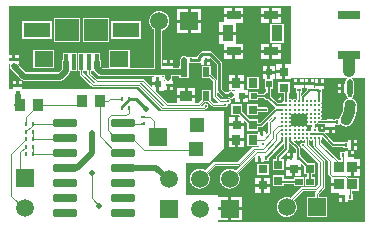
<source format=gtl>
G04*
G04 #@! TF.GenerationSoftware,Altium Limited,Altium Designer,19.0.4 (130)*
G04*
G04 Layer_Physical_Order=1*
G04 Layer_Color=255*
%FSLAX25Y25*%
%MOIN*%
G70*
G01*
G75*
%ADD10C,0.00787*%
%ADD12C,0.00492*%
%ADD13C,0.01000*%
%ADD17R,0.01181X0.01063*%
%ADD18R,0.07284X0.03150*%
%ADD19R,0.03740X0.05512*%
%ADD20R,0.04528X0.02953*%
%ADD21R,0.01063X0.01181*%
%ADD22R,0.05906X0.06299*%
%ADD23R,0.04724X0.04724*%
%ADD24R,0.03661X0.03858*%
%ADD25R,0.01968X0.02362*%
%ADD26R,0.02362X0.03347*%
%ADD27R,0.03937X0.03347*%
G04:AMPARAMS|DCode=28|XSize=77.56mil|YSize=23.62mil|CornerRadius=2.95mil|HoleSize=0mil|Usage=FLASHONLY|Rotation=0.000|XOffset=0mil|YOffset=0mil|HoleType=Round|Shape=RoundedRectangle|*
%AMROUNDEDRECTD28*
21,1,0.07756,0.01772,0,0,0.0*
21,1,0.07165,0.02362,0,0,0.0*
1,1,0.00591,0.03583,-0.00886*
1,1,0.00591,-0.03583,-0.00886*
1,1,0.00591,-0.03583,0.00886*
1,1,0.00591,0.03583,0.00886*
%
%ADD28ROUNDEDRECTD28*%
%ADD29R,0.03000X0.03200*%
%ADD30R,0.03347X0.03740*%
%ADD31R,0.03150X0.02953*%
%ADD32R,0.02953X0.03150*%
%ADD33R,0.02559X0.01968*%
%ADD34C,0.00787*%
%ADD35R,0.02362X0.01968*%
%ADD36R,0.07874X0.07480*%
%ADD37R,0.01575X0.05315*%
%ADD38R,0.06299X0.05512*%
%ADD39R,0.09055X0.05118*%
%ADD66C,0.03800*%
%ADD67C,0.02000*%
%ADD68C,0.04000*%
%ADD69R,0.01634X0.02276*%
%ADD70R,0.05512X0.04134*%
%ADD71R,0.05906X0.05906*%
%ADD72C,0.05906*%
%ADD73R,0.05906X0.05906*%
%ADD74C,0.00984*%
%ADD75C,0.01968*%
G36*
X204468Y266634D02*
X202500D01*
Y264158D01*
Y261681D01*
X204575D01*
Y261894D01*
X223173D01*
X223177Y261881D01*
X223167Y261875D01*
X223140Y261856D01*
X223113Y261836D01*
X223087Y261816D01*
X223061Y261795D01*
X223036Y261774D01*
X223011Y261752D01*
X222987Y261729D01*
X222963Y261706D01*
X222954Y261697D01*
X222913D01*
Y261653D01*
X222895Y261633D01*
X222874Y261608D01*
X222853Y261582D01*
X222833Y261556D01*
X222813Y261529D01*
X222794Y261502D01*
X222776Y261474D01*
X222759Y261446D01*
X222742Y261418D01*
X222725Y261389D01*
X222710Y261359D01*
X222695Y261330D01*
X222681Y261300D01*
X222667Y261269D01*
X222655Y261239D01*
X222643Y261208D01*
X222632Y261176D01*
X222621Y261145D01*
X222611Y261113D01*
X222602Y261081D01*
X222594Y261049D01*
X222587Y261017D01*
X222580Y260984D01*
X222574Y260952D01*
X222569Y260919D01*
X222565Y260886D01*
X222561Y260853D01*
X222558Y260820D01*
X222556Y260787D01*
X222555Y260754D01*
X222555Y260721D01*
Y260067D01*
X222012D01*
Y258477D01*
Y256886D01*
X222565D01*
X222565Y256886D01*
X222569Y256853D01*
X222574Y256820D01*
X222580Y256788D01*
X222587Y256755D01*
X222594Y256723D01*
X222602Y256691D01*
X222611Y256659D01*
X222621Y256627D01*
X222632Y256595D01*
X222643Y256564D01*
X222655Y256533D01*
X222667Y256503D01*
X222681Y256472D01*
X222695Y256442D01*
X222710Y256413D01*
X222725Y256383D01*
X222742Y256354D01*
X222759Y256326D01*
X222776Y256298D01*
X222794Y256270D01*
X222813Y256243D01*
X222833Y256216D01*
X222853Y256190D01*
X222874Y256164D01*
X222895Y256139D01*
X222917Y256114D01*
X222940Y256089D01*
X222963Y256066D01*
X223014Y256014D01*
X223016Y256013D01*
Y255197D01*
X223436D01*
X223438Y255184D01*
X223403Y255172D01*
X223363Y255159D01*
X223324Y255144D01*
X223285Y255129D01*
X223247Y255113D01*
X223208Y255096D01*
X223170Y255079D01*
X223132Y255060D01*
X223095Y255042D01*
X223058Y255022D01*
X223021Y255002D01*
X222985Y254981D01*
X222949Y254960D01*
X222913Y254937D01*
X222878Y254915D01*
X222843Y254891D01*
X222809Y254867D01*
X222775Y254842D01*
X222742Y254817D01*
X222709Y254791D01*
X222676Y254765D01*
X222644Y254738D01*
X222613Y254710D01*
X222582Y254682D01*
X222551Y254653D01*
X222522Y254624D01*
X222492Y254594D01*
X222463Y254563D01*
X222435Y254532D01*
X222408Y254501D01*
X222380Y254469D01*
X222354Y254436D01*
X222328Y254403D01*
X222303Y254370D01*
X222278Y254336D01*
X222254Y254302D01*
X222231Y254267D01*
X222208Y254232D01*
X222186Y254197D01*
X222164Y254161D01*
X222143Y254124D01*
X222123Y254087D01*
X222104Y254050D01*
X222085Y254013D01*
X222067Y253975D01*
X222049Y253937D01*
X222032Y253899D01*
X222017Y253860D01*
X222001Y253821D01*
X221987Y253782D01*
X221973Y253742D01*
X221959Y253702D01*
X221947Y253662D01*
X221935Y253622D01*
X221924Y253582D01*
X221914Y253541D01*
X221905Y253500D01*
X221896Y253459D01*
X221888Y253418D01*
X221881Y253377D01*
X221874Y253336D01*
X221868Y253294D01*
X221864Y253253D01*
X221859Y253211D01*
X221856Y253169D01*
X221853Y253127D01*
X221851Y253085D01*
X221850Y253044D01*
X221850Y253002D01*
X221850Y252960D01*
X221851Y252918D01*
X221852Y252904D01*
X221852Y252903D01*
X221852D01*
X221854Y252855D01*
X221856Y252787D01*
X221857Y252718D01*
X221857Y252650D01*
X221857Y252582D01*
X221856Y252513D01*
X221854Y252445D01*
X221851Y252377D01*
X221848Y252308D01*
X221843Y252240D01*
X221838Y252172D01*
X221832Y252104D01*
X221826Y252036D01*
X221818Y251968D01*
X221810Y251900D01*
X221801Y251832D01*
X221791Y251765D01*
X221780Y251697D01*
X221769Y251630D01*
X221757Y251562D01*
X221744Y251495D01*
X221730Y251428D01*
X221715Y251361D01*
X221700Y251295D01*
X221684Y251228D01*
X221667Y251162D01*
X221650Y251096D01*
X221632Y251030D01*
X221612Y250964D01*
X221592Y250899D01*
X221572Y250834D01*
X221551Y250769D01*
X221529Y250704D01*
X221506Y250640D01*
X221482Y250576D01*
X221458Y250512D01*
X221433Y250448D01*
X221407Y250385D01*
X221380Y250322D01*
X221353Y250259D01*
X221325Y250197D01*
X221296Y250135D01*
X221267Y250073D01*
X221237Y250012D01*
X221206Y249951D01*
X221175Y249890D01*
X221142Y249830D01*
X221109Y249770D01*
X221076Y249710D01*
X221041Y249651D01*
X221006Y249592D01*
X220971Y249534D01*
X220935Y249476D01*
X220898Y249419D01*
X220882Y249395D01*
X220882Y249395D01*
X220862Y249364D01*
X220840Y249328D01*
X220818Y249292D01*
X220797Y249256D01*
X220777Y249219D01*
X220758Y249182D01*
X220739Y249145D01*
X220721Y249107D01*
X220703Y249069D01*
X220687Y249030D01*
X220671Y248992D01*
X220655Y248953D01*
X220640Y248913D01*
X220627Y248874D01*
X220614Y248834D01*
X220601Y248794D01*
X220589Y248754D01*
X220578Y248713D01*
X220568Y248673D01*
X220559Y248632D01*
X220550Y248591D01*
X220542Y248550D01*
X220535Y248509D01*
X220528Y248467D01*
X220522Y248426D01*
X220517Y248384D01*
X220515Y248362D01*
X218953D01*
Y248165D01*
X218484D01*
Y248425D01*
X216516D01*
Y248165D01*
X214428D01*
X214424Y248177D01*
X214429Y248182D01*
X214447Y248199D01*
X214464Y248217D01*
X214480Y248235D01*
X214496Y248254D01*
X214512Y248273D01*
X214527Y248293D01*
X214541Y248313D01*
X214555Y248334D01*
X214568Y248355D01*
X214580Y248376D01*
X214591Y248398D01*
X214602Y248421D01*
X214613Y248443D01*
X214622Y248466D01*
X214631Y248489D01*
X214639Y248513D01*
X214646Y248536D01*
X214652Y248560D01*
X214658Y248584D01*
X214663Y248608D01*
X214668Y248633D01*
X214671Y248657D01*
X214674Y248682D01*
X214676Y248706D01*
X214677Y248731D01*
X214677Y248756D01*
X214677Y248781D01*
X214676Y248805D01*
X214674Y248830D01*
X214671Y248855D01*
X214668Y248879D01*
X214663Y248903D01*
X214658Y248928D01*
X214652Y248952D01*
X214646Y248976D01*
X214639Y248999D01*
X214631Y249023D01*
X214622Y249046D01*
X214613Y249069D01*
X214602Y249091D01*
X214591Y249113D01*
X214580Y249135D01*
X214568Y249157D01*
X214555Y249178D01*
X214541Y249199D01*
X214527Y249219D01*
X214512Y249239D01*
X214496Y249258D01*
X214480Y249277D01*
X214464Y249295D01*
X214447Y249313D01*
X214429Y249330D01*
X214410Y249347D01*
X214392Y249363D01*
X214372Y249378D01*
X214353Y249393D01*
X214332Y249407D01*
X214312Y249421D01*
X214291Y249434D01*
X214282Y249439D01*
Y249451D01*
X214291Y249456D01*
X214312Y249469D01*
X214332Y249482D01*
X214353Y249497D01*
X214372Y249512D01*
X214392Y249527D01*
X214410Y249543D01*
X214429Y249560D01*
X214447Y249577D01*
X214464Y249595D01*
X214480Y249613D01*
X214496Y249632D01*
X214512Y249651D01*
X214527Y249671D01*
X214541Y249691D01*
X214555Y249712D01*
X214568Y249733D01*
X214580Y249755D01*
X214591Y249776D01*
X214602Y249799D01*
X214613Y249821D01*
X214622Y249844D01*
X214631Y249867D01*
X214639Y249890D01*
X214646Y249914D01*
X214652Y249938D01*
X214658Y249962D01*
X214663Y249986D01*
X214668Y250011D01*
X214671Y250035D01*
X214674Y250060D01*
X214676Y250084D01*
X214677Y250109D01*
X214677Y250134D01*
X214677Y250159D01*
X214676Y250183D01*
X214674Y250208D01*
X214671Y250233D01*
X214668Y250257D01*
X214663Y250281D01*
X214658Y250306D01*
X214652Y250330D01*
X214646Y250354D01*
X214639Y250377D01*
X214631Y250401D01*
X214622Y250424D01*
X214613Y250447D01*
X214602Y250469D01*
X214591Y250491D01*
X214580Y250513D01*
X214568Y250535D01*
X214555Y250556D01*
X214541Y250576D01*
X214527Y250597D01*
X214512Y250617D01*
X214496Y250636D01*
X214480Y250655D01*
X214464Y250673D01*
X214447Y250691D01*
X214429Y250708D01*
X214410Y250725D01*
X214392Y250741D01*
X214372Y250756D01*
X214353Y250771D01*
X214332Y250785D01*
X214312Y250799D01*
X214291Y250812D01*
X214282Y250816D01*
Y250829D01*
X214291Y250834D01*
X214312Y250847D01*
X214332Y250861D01*
X214353Y250875D01*
X214372Y250890D01*
X214392Y250905D01*
X214410Y250921D01*
X214429Y250938D01*
X214447Y250955D01*
X214464Y250973D01*
X214480Y250991D01*
X214496Y251010D01*
X214512Y251029D01*
X214527Y251049D01*
X214541Y251069D01*
X214555Y251090D01*
X214568Y251111D01*
X214580Y251132D01*
X214591Y251154D01*
X214602Y251177D01*
X214613Y251199D01*
X214622Y251222D01*
X214631Y251245D01*
X214639Y251269D01*
X214646Y251292D01*
X214652Y251316D01*
X214658Y251340D01*
X214663Y251364D01*
X214668Y251389D01*
X214671Y251413D01*
X214674Y251438D01*
X214676Y251462D01*
X214677Y251487D01*
X214677Y251512D01*
X214677Y251536D01*
X214676Y251561D01*
X214674Y251586D01*
X214671Y251610D01*
X214668Y251635D01*
X214663Y251659D01*
X214658Y251684D01*
X214652Y251708D01*
X214646Y251731D01*
X214639Y251755D01*
X214631Y251779D01*
X214622Y251802D01*
X214613Y251825D01*
X214602Y251847D01*
X214591Y251869D01*
X214580Y251891D01*
X214568Y251913D01*
X214555Y251934D01*
X214541Y251954D01*
X214527Y251975D01*
X214512Y251994D01*
X214496Y252014D01*
X214480Y252033D01*
X214464Y252051D01*
X214447Y252069D01*
X214429Y252086D01*
X214410Y252102D01*
X214392Y252119D01*
X214372Y252134D01*
X214353Y252149D01*
X214332Y252163D01*
X214312Y252177D01*
X214291Y252190D01*
X214282Y252194D01*
Y252207D01*
X214291Y252212D01*
X214312Y252225D01*
X214332Y252238D01*
X214353Y252253D01*
X214372Y252268D01*
X214392Y252283D01*
X214410Y252299D01*
X214429Y252316D01*
X214447Y252333D01*
X214464Y252351D01*
X214480Y252369D01*
X214496Y252388D01*
X214512Y252407D01*
X214527Y252427D01*
X214541Y252447D01*
X214555Y252468D01*
X214568Y252489D01*
X214580Y252510D01*
X214591Y252532D01*
X214602Y252554D01*
X214613Y252577D01*
X214622Y252600D01*
X214631Y252623D01*
X214639Y252646D01*
X214646Y252670D01*
X214652Y252694D01*
X214658Y252718D01*
X214663Y252742D01*
X214668Y252767D01*
X214671Y252791D01*
X214674Y252816D01*
X214676Y252840D01*
X214677Y252865D01*
X214677Y252890D01*
X214677Y252915D01*
X214676Y252939D01*
X214674Y252964D01*
X214671Y252989D01*
X214668Y253013D01*
X214663Y253037D01*
X214658Y253062D01*
X214652Y253086D01*
X214646Y253110D01*
X214639Y253133D01*
X214631Y253156D01*
X214622Y253180D01*
X214613Y253203D01*
X214602Y253225D01*
X214591Y253247D01*
X214580Y253269D01*
X214568Y253291D01*
X214555Y253312D01*
X214541Y253332D01*
X214527Y253353D01*
X214512Y253372D01*
X214496Y253392D01*
X214480Y253411D01*
X214464Y253429D01*
X214447Y253447D01*
X214429Y253464D01*
X214410Y253481D01*
X214392Y253497D01*
X214374Y253511D01*
X214372Y253520D01*
X214373Y253525D01*
X214377Y253527D01*
X214398Y253542D01*
X214419Y253557D01*
X214439Y253573D01*
X214459Y253589D01*
X214479Y253606D01*
X214498Y253623D01*
X214516Y253641D01*
X214534Y253660D01*
X214552Y253679D01*
X214568Y253698D01*
X214585Y253718D01*
X214600Y253739D01*
X214616Y253760D01*
X214630Y253781D01*
X214644Y253803D01*
X214657Y253825D01*
X214669Y253847D01*
X214681Y253870D01*
X214693Y253893D01*
X214703Y253917D01*
X214713Y253941D01*
X214722Y253965D01*
X214731Y253989D01*
X214738Y254014D01*
X214745Y254038D01*
X214752Y254063D01*
X214757Y254089D01*
X214762Y254114D01*
X214766Y254139D01*
X214770Y254165D01*
X214772Y254190D01*
X214774Y254216D01*
X214775Y254242D01*
X214776Y254268D01*
X214775Y254293D01*
X214774Y254319D01*
X214772Y254345D01*
X214770Y254371D01*
X214766Y254396D01*
X214762Y254421D01*
X214757Y254447D01*
X214752Y254472D01*
X214745Y254497D01*
X214738Y254522D01*
X214731Y254546D01*
X214722Y254571D01*
X214713Y254595D01*
X214703Y254619D01*
X214693Y254642D01*
X214681Y254665D01*
X214677Y254673D01*
Y256831D01*
X214874D01*
Y258469D01*
X215480D01*
Y259500D01*
X212299D01*
Y258665D01*
X212248D01*
Y259622D01*
X209067D01*
Y258591D01*
X209673D01*
Y258007D01*
X207821Y256155D01*
X207804Y256137D01*
X207787Y256119D01*
X207771Y256100D01*
X207756Y256081D01*
X207741Y256061D01*
X207727Y256041D01*
X207713Y256020D01*
X207700Y255999D01*
X207688Y255978D01*
X207676Y255956D01*
X207665Y255934D01*
X207655Y255911D01*
X207653Y255905D01*
X207640Y255907D01*
Y256953D01*
X207984D01*
Y258591D01*
X208591D01*
Y259622D01*
X205410D01*
Y258591D01*
X206016D01*
Y256953D01*
X206360D01*
Y254727D01*
X206349Y254710D01*
X206335Y254690D01*
X206322Y254669D01*
X206317Y254660D01*
X206305D01*
X206300Y254669D01*
X206287Y254690D01*
X206273Y254710D01*
X206259Y254731D01*
X206244Y254750D01*
X206229Y254770D01*
X206213Y254788D01*
X206196Y254807D01*
X206179Y254825D01*
X206161Y254842D01*
X206143Y254858D01*
X206124Y254874D01*
X206105Y254890D01*
X206085Y254905D01*
X206065Y254919D01*
X206044Y254933D01*
X206023Y254945D01*
X206001Y254958D01*
X205980Y254969D01*
X205957Y254980D01*
X205935Y254990D01*
X205912Y255000D01*
X205889Y255009D01*
X205865Y255017D01*
X205842Y255024D01*
X205818Y255030D01*
X205794Y255036D01*
X205770Y255041D01*
X205745Y255046D01*
X205721Y255049D01*
X205696Y255052D01*
X205672Y255054D01*
X205647Y255055D01*
X205622Y255055D01*
X205597Y255055D01*
X205573Y255054D01*
X205548Y255052D01*
X205523Y255049D01*
X205499Y255046D01*
X205474Y255041D01*
X205450Y255036D01*
X205426Y255030D01*
X205402Y255024D01*
X205379Y255017D01*
X205355Y255009D01*
X205332Y255000D01*
X205309Y254990D01*
X205287Y254980D01*
X205264Y254969D01*
X205243Y254958D01*
X205221Y254945D01*
X205200Y254933D01*
X205179Y254919D01*
X205159Y254905D01*
X205139Y254890D01*
X205120Y254874D01*
X205101Y254858D01*
X205083Y254842D01*
X205065Y254825D01*
X205048Y254807D01*
X205031Y254788D01*
X205015Y254770D01*
X205001Y254752D01*
X204991Y254750D01*
X204987Y254750D01*
X204984Y254754D01*
X204970Y254776D01*
X204955Y254797D01*
X204939Y254817D01*
X204923Y254837D01*
X204906Y254857D01*
X204889Y254876D01*
X204871Y254894D01*
X204852Y254912D01*
X204833Y254929D01*
X204814Y254946D01*
X204794Y254963D01*
X204773Y254978D01*
X204752Y254993D01*
X204731Y255008D01*
X204709Y255022D01*
X204687Y255035D01*
X204664Y255047D01*
X204642Y255059D01*
X204619Y255071D01*
X204595Y255081D01*
X204571Y255091D01*
X204547Y255100D01*
X204523Y255109D01*
X204498Y255116D01*
X204473Y255123D01*
X204448Y255130D01*
X204423Y255135D01*
X204398Y255140D01*
X204373Y255144D01*
X204347Y255148D01*
X204321Y255150D01*
X204296Y255152D01*
X204270Y255153D01*
X204244Y255154D01*
X204218Y255153D01*
X204193Y255152D01*
X204167Y255150D01*
X204141Y255148D01*
X204116Y255144D01*
X204090Y255140D01*
X204065Y255135D01*
X204040Y255130D01*
X204015Y255123D01*
X203990Y255116D01*
X203965Y255109D01*
X203941Y255100D01*
X203917Y255091D01*
X203893Y255081D01*
X203870Y255071D01*
X203847Y255059D01*
X203824Y255047D01*
X203801Y255035D01*
X203779Y255022D01*
X203757Y255008D01*
X203736Y254993D01*
X203715Y254978D01*
X203695Y254963D01*
X203675Y254946D01*
X203666Y254939D01*
X203654Y254945D01*
Y256973D01*
X203969D01*
Y260713D01*
X200031D01*
Y256973D01*
X202079D01*
Y255542D01*
X202074Y255539D01*
X202066Y255536D01*
X202037Y255549D01*
X202006Y255562D01*
X201988Y255569D01*
Y254268D01*
X201488D01*
Y253768D01*
X200187D01*
X200194Y253750D01*
X200207Y253719D01*
X200220Y253690D01*
X200217Y253682D01*
X200214Y253677D01*
X199936D01*
X197856Y255757D01*
X197859Y255771D01*
X197864Y255804D01*
X197868Y255836D01*
X197872Y255869D01*
X197874Y255902D01*
X197877Y255934D01*
X197878Y255967D01*
X197878Y256000D01*
X197878Y256033D01*
X197877Y256066D01*
X197874Y256098D01*
X197872Y256131D01*
X197868Y256164D01*
X197864Y256196D01*
X197859Y256228D01*
X197853Y256261D01*
X197847Y256293D01*
X197839Y256325D01*
X197831Y256357D01*
X197822Y256388D01*
X197813Y256420D01*
X197802Y256451D01*
X197791Y256482D01*
X197787Y256491D01*
X197787Y256500D01*
X197787Y256501D01*
Y258453D01*
X198378D01*
Y261602D01*
X195622D01*
Y258453D01*
X196212D01*
Y257348D01*
X196207Y257347D01*
X196175Y257339D01*
X196143Y257331D01*
X196112Y257322D01*
X196080Y257313D01*
X196049Y257302D01*
X196018Y257291D01*
X195988Y257279D01*
X195958Y257267D01*
X195928Y257254D01*
X195898Y257240D01*
X195869Y257225D01*
X195840Y257209D01*
X195811Y257193D01*
X195783Y257177D01*
X195755Y257159D01*
X195728Y257141D01*
X195701Y257122D01*
X195674Y257103D01*
X195648Y257083D01*
X195623Y257063D01*
X195598Y257042D01*
X195573Y257020D01*
X195549Y256997D01*
X195526Y256974D01*
X195503Y256951D01*
X195480Y256927D01*
X195458Y256902D01*
X195437Y256877D01*
X195417Y256852D01*
X195397Y256826D01*
X195378Y256799D01*
X195369Y256787D01*
X193543D01*
Y257378D01*
X190394D01*
Y254622D01*
X193543D01*
Y255212D01*
X195369D01*
X195378Y255201D01*
X195397Y255174D01*
X195417Y255148D01*
X195437Y255123D01*
X195458Y255098D01*
X195480Y255073D01*
X195503Y255049D01*
X195526Y255026D01*
X195549Y255003D01*
X195573Y254980D01*
X195598Y254959D01*
X195623Y254937D01*
X195648Y254917D01*
X195674Y254897D01*
X195701Y254877D01*
X195728Y254859D01*
X195755Y254841D01*
X195783Y254823D01*
X195811Y254807D01*
X195840Y254790D01*
X195869Y254775D01*
X195898Y254761D01*
X195928Y254747D01*
X195958Y254733D01*
X195988Y254721D01*
X196018Y254709D01*
X196049Y254698D01*
X196080Y254687D01*
X196112Y254678D01*
X196143Y254669D01*
X196175Y254661D01*
X196207Y254653D01*
X196239Y254647D01*
X196272Y254641D01*
X196304Y254636D01*
X196336Y254632D01*
X196369Y254628D01*
X196402Y254626D01*
X196434Y254624D01*
X196467Y254622D01*
X196500Y254622D01*
X196533Y254622D01*
X196566Y254624D01*
X196598Y254626D01*
X196631Y254628D01*
X196664Y254632D01*
X196696Y254636D01*
X196729Y254641D01*
X196743Y254644D01*
X199053Y252333D01*
X199053Y252333D01*
X199071Y252316D01*
X199090Y252299D01*
X199108Y252283D01*
X199128Y252268D01*
X199147Y252253D01*
X199168Y252238D01*
X199172Y252236D01*
X199170Y252221D01*
X199154Y252214D01*
X199132Y252202D01*
X199111Y252190D01*
X199090Y252177D01*
X199069Y252163D01*
X199049Y252149D01*
X199029Y252134D01*
X199010Y252119D01*
X198991Y252102D01*
X198973Y252086D01*
X198955Y252069D01*
X198955Y252068D01*
X194052Y247165D01*
X193528D01*
Y248346D01*
X190610D01*
X188213Y250744D01*
Y253468D01*
X184472D01*
Y249532D01*
X187197D01*
X187764Y248965D01*
X187759Y248953D01*
X186843D01*
Y246878D01*
X188819D01*
Y247893D01*
X188831Y247898D01*
X189787Y246941D01*
Y244409D01*
X193528D01*
Y245590D01*
X194378D01*
X194403Y245591D01*
X194427Y245592D01*
X194452Y245594D01*
X194477Y245597D01*
X194501Y245600D01*
X194526Y245604D01*
X194550Y245609D01*
X194574Y245615D01*
X194598Y245622D01*
X194621Y245629D01*
X194645Y245637D01*
X194668Y245646D01*
X194691Y245655D01*
X194713Y245665D01*
X194736Y245676D01*
X194757Y245688D01*
X194779Y245700D01*
X194800Y245713D01*
X194821Y245727D01*
X194841Y245741D01*
X194861Y245756D01*
X194880Y245771D01*
X194899Y245787D01*
X194917Y245804D01*
X194935Y245821D01*
X198145Y249031D01*
X198156Y249024D01*
X198151Y249010D01*
X198144Y248985D01*
X198138Y248960D01*
X198132Y248935D01*
X198127Y248910D01*
X198123Y248884D01*
X198120Y248859D01*
X198117Y248833D01*
X198116Y248807D01*
X198115Y248782D01*
X198114Y248775D01*
X197048Y247708D01*
X197032Y247693D01*
X197018Y247676D01*
X197004Y247660D01*
X196990Y247642D01*
X196977Y247625D01*
X196965Y247607D01*
X196953Y247588D01*
X196942Y247569D01*
X196932Y247550D01*
X196922Y247531D01*
X196913Y247511D01*
X196905Y247491D01*
X196897Y247470D01*
X196890Y247449D01*
X196884Y247428D01*
X196878Y247407D01*
X196873Y247386D01*
X196870Y247365D01*
X196866Y247343D01*
X196863Y247321D01*
X196862Y247300D01*
X196861Y247278D01*
X196860Y247256D01*
Y243953D01*
X196208Y243301D01*
X196196Y243305D01*
X196196Y243308D01*
X196188Y243342D01*
X196180Y243375D01*
X196171Y243408D01*
X196161Y243441D01*
X196150Y243474D01*
X196139Y243507D01*
X196127Y243539D01*
X196114Y243571D01*
X196100Y243603D01*
X196086Y243634D01*
X196071Y243665D01*
X196055Y243696D01*
X196039Y243726D01*
X196022Y243756D01*
X196004Y243786D01*
X195986Y243815D01*
X195967Y243843D01*
X195947Y243871D01*
X195926Y243899D01*
X195905Y243927D01*
X195884Y243953D01*
X195861Y243980D01*
X195838Y244005D01*
X195815Y244030D01*
X195791Y244055D01*
X195766Y244079D01*
X195741Y244103D01*
X195715Y244126D01*
X195689Y244148D01*
X195662Y244170D01*
X195635Y244191D01*
X195607Y244211D01*
X195579Y244231D01*
X195550Y244250D01*
X195521Y244269D01*
X195492Y244286D01*
X195462Y244304D01*
X195431Y244320D01*
X195401Y244336D01*
X195370Y244351D01*
X195338Y244365D01*
X195307Y244379D01*
X195274Y244391D01*
X195242Y244404D01*
X195236Y244406D01*
Y243000D01*
X194236D01*
Y244406D01*
X194229Y244404D01*
X194196Y244391D01*
X194164Y244379D01*
X194133Y244365D01*
X194101Y244351D01*
X194070Y244336D01*
X194040Y244320D01*
X194009Y244304D01*
X193979Y244286D01*
X193950Y244269D01*
X193921Y244250D01*
X193892Y244231D01*
X193864Y244211D01*
X193836Y244191D01*
X193809Y244170D01*
X193782Y244148D01*
X193756Y244126D01*
X193730Y244103D01*
X193705Y244079D01*
X193680Y244055D01*
X193656Y244030D01*
X193633Y244005D01*
X193610Y243980D01*
X193587Y243953D01*
X193566Y243927D01*
X193545Y243899D01*
X193524Y243871D01*
X193504Y243843D01*
X193485Y243815D01*
X193467Y243786D01*
X193449Y243756D01*
X193432Y243726D01*
X193415Y243696D01*
X193400Y243665D01*
X193385Y243634D01*
X193370Y243603D01*
X193357Y243571D01*
X193344Y243539D01*
X193332Y243507D01*
X193327Y243494D01*
X189856D01*
Y239506D01*
X193644D01*
X193652Y239497D01*
X193664Y239471D01*
X193680Y239441D01*
X193696Y239410D01*
X193713Y239380D01*
X193731Y239351D01*
X193750Y239322D01*
X193769Y239293D01*
X193789Y239265D01*
X193809Y239237D01*
X193830Y239210D01*
X193852Y239183D01*
X193874Y239157D01*
X193879Y239151D01*
X193874Y239140D01*
X192000D01*
X191978Y239140D01*
X191956Y239138D01*
X191935Y239137D01*
X191913Y239134D01*
X191891Y239130D01*
X191870Y239126D01*
X191849Y239122D01*
X191827Y239116D01*
X191806Y239110D01*
X191786Y239103D01*
X191765Y239095D01*
X191745Y239087D01*
X191725Y239078D01*
X191706Y239068D01*
X191686Y239058D01*
X191667Y239047D01*
X191649Y239035D01*
X191631Y239023D01*
X191613Y239010D01*
X191596Y238996D01*
X191579Y238982D01*
X191563Y238968D01*
X191548Y238952D01*
X186735Y234140D01*
X179000D01*
X178978Y234139D01*
X178956Y234138D01*
X178935Y234137D01*
X178913Y234134D01*
X178891Y234131D01*
X178870Y234126D01*
X178849Y234122D01*
X178827Y234116D01*
X178806Y234110D01*
X178786Y234103D01*
X178765Y234095D01*
X178745Y234087D01*
X178725Y234078D01*
X178706Y234068D01*
X178686Y234058D01*
X178667Y234047D01*
X178649Y234035D01*
X178631Y234023D01*
X178613Y234010D01*
X178596Y233996D01*
X178579Y233982D01*
X178563Y233968D01*
X178548Y233952D01*
X175870Y231275D01*
X175848Y231290D01*
X175805Y231318D01*
X175762Y231345D01*
X175718Y231372D01*
X175673Y231398D01*
X175628Y231424D01*
X175583Y231448D01*
X175538Y231472D01*
X175492Y231496D01*
X175445Y231518D01*
X175399Y231540D01*
X175352Y231561D01*
X175304Y231582D01*
X175257Y231602D01*
X175209Y231621D01*
X175161Y231639D01*
X175112Y231656D01*
X175064Y231673D01*
X175014Y231689D01*
X174965Y231704D01*
X174916Y231719D01*
X174866Y231733D01*
X174816Y231746D01*
X174766Y231758D01*
X174716Y231769D01*
X174665Y231780D01*
X174615Y231790D01*
X174564Y231799D01*
X174513Y231807D01*
X174462Y231815D01*
X174411Y231821D01*
X174360Y231827D01*
X174309Y231832D01*
X174257Y231837D01*
X174206Y231840D01*
X174155Y231843D01*
X174103Y231845D01*
X174051Y231846D01*
X174000Y231846D01*
X173949Y231846D01*
X173897Y231845D01*
X173845Y231843D01*
X173794Y231840D01*
X173743Y231837D01*
X173691Y231832D01*
X173640Y231827D01*
X173589Y231821D01*
X173538Y231815D01*
X173487Y231807D01*
X173436Y231799D01*
X173385Y231790D01*
X173335Y231780D01*
X173284Y231769D01*
X173234Y231758D01*
X173184Y231746D01*
X173134Y231733D01*
X173084Y231719D01*
X173035Y231704D01*
X172985Y231689D01*
X172936Y231673D01*
X172888Y231656D01*
X172839Y231639D01*
X172791Y231621D01*
X172743Y231602D01*
X172696Y231582D01*
X172648Y231561D01*
X172601Y231540D01*
X172555Y231518D01*
X172508Y231496D01*
X172462Y231472D01*
X172417Y231448D01*
X172372Y231424D01*
X172327Y231398D01*
X172282Y231372D01*
X172238Y231345D01*
X172195Y231318D01*
X172152Y231290D01*
X172109Y231261D01*
X172066Y231231D01*
X172025Y231201D01*
X171983Y231171D01*
X171942Y231139D01*
X171902Y231107D01*
X171862Y231075D01*
X171823Y231041D01*
X171784Y231008D01*
X171745Y230973D01*
X171708Y230938D01*
X171670Y230903D01*
X171634Y230866D01*
X171598Y230830D01*
X171562Y230792D01*
X171527Y230755D01*
X171492Y230716D01*
X171459Y230677D01*
X171425Y230638D01*
X171393Y230598D01*
X171361Y230558D01*
X171329Y230517D01*
X171299Y230475D01*
X171269Y230434D01*
X171239Y230391D01*
X171210Y230348D01*
X171182Y230305D01*
X171155Y230262D01*
X171128Y230218D01*
X171102Y230173D01*
X171076Y230129D01*
X171052Y230083D01*
X171028Y230038D01*
X171004Y229992D01*
X170982Y229945D01*
X170960Y229899D01*
X170939Y229852D01*
X170918Y229804D01*
X170898Y229757D01*
X170879Y229709D01*
X170861Y229661D01*
X170844Y229612D01*
X170827Y229563D01*
X170811Y229515D01*
X170796Y229465D01*
X170781Y229416D01*
X170767Y229366D01*
X170755Y229316D01*
X170742Y229266D01*
X170731Y229216D01*
X170720Y229166D01*
X170710Y229115D01*
X170701Y229064D01*
X170693Y229013D01*
X170686Y228962D01*
X170679Y228911D01*
X170673Y228860D01*
X170668Y228809D01*
X170663Y228757D01*
X170660Y228706D01*
X170657Y228655D01*
X170655Y228603D01*
X170654Y228552D01*
X170653Y228500D01*
X170654Y228449D01*
X170655Y228397D01*
X170657Y228345D01*
X170660Y228294D01*
X170663Y228243D01*
X170668Y228191D01*
X170673Y228140D01*
X170679Y228089D01*
X170686Y228038D01*
X170693Y227987D01*
X170701Y227936D01*
X170710Y227885D01*
X170720Y227835D01*
X170731Y227784D01*
X170742Y227734D01*
X170755Y227684D01*
X170767Y227634D01*
X170781Y227584D01*
X170796Y227535D01*
X170811Y227485D01*
X170827Y227436D01*
X170844Y227388D01*
X170861Y227339D01*
X170879Y227291D01*
X170898Y227243D01*
X170918Y227196D01*
X170939Y227148D01*
X170960Y227101D01*
X170982Y227055D01*
X171004Y227008D01*
X171028Y226962D01*
X171052Y226917D01*
X171076Y226871D01*
X171102Y226827D01*
X171128Y226782D01*
X171155Y226738D01*
X171182Y226695D01*
X171210Y226652D01*
X171239Y226609D01*
X171269Y226566D01*
X171299Y226525D01*
X171329Y226483D01*
X171361Y226442D01*
X171393Y226402D01*
X171425Y226362D01*
X171459Y226323D01*
X171492Y226284D01*
X171527Y226245D01*
X171562Y226208D01*
X171598Y226170D01*
X171634Y226134D01*
X171670Y226097D01*
X171708Y226062D01*
X171745Y226027D01*
X171784Y225992D01*
X171823Y225959D01*
X171862Y225925D01*
X171902Y225893D01*
X171942Y225861D01*
X171983Y225829D01*
X172025Y225799D01*
X172066Y225769D01*
X172109Y225739D01*
X172152Y225710D01*
X172195Y225682D01*
X172238Y225655D01*
X172282Y225628D01*
X172327Y225602D01*
X172372Y225576D01*
X172417Y225552D01*
X172462Y225528D01*
X172508Y225504D01*
X172555Y225482D01*
X172601Y225460D01*
X172648Y225439D01*
X172696Y225418D01*
X172743Y225398D01*
X172791Y225379D01*
X172839Y225361D01*
X172888Y225344D01*
X172936Y225327D01*
X172985Y225311D01*
X173035Y225296D01*
X173084Y225281D01*
X173134Y225268D01*
X173184Y225255D01*
X173234Y225242D01*
X173284Y225231D01*
X173335Y225220D01*
X173385Y225210D01*
X173436Y225201D01*
X173487Y225193D01*
X173538Y225185D01*
X173589Y225179D01*
X173640Y225173D01*
X173691Y225168D01*
X173743Y225163D01*
X173794Y225160D01*
X173845Y225157D01*
X173897Y225155D01*
X173949Y225154D01*
X174000Y225153D01*
X174051Y225154D01*
X174103Y225155D01*
X174155Y225157D01*
X174206Y225160D01*
X174257Y225163D01*
X174309Y225168D01*
X174360Y225173D01*
X174411Y225179D01*
X174462Y225185D01*
X174513Y225193D01*
X174564Y225201D01*
X174615Y225210D01*
X174665Y225220D01*
X174716Y225231D01*
X174766Y225242D01*
X174816Y225255D01*
X174866Y225268D01*
X174916Y225281D01*
X174965Y225296D01*
X175014Y225311D01*
X175064Y225327D01*
X175112Y225344D01*
X175161Y225361D01*
X175209Y225379D01*
X175257Y225398D01*
X175304Y225418D01*
X175352Y225439D01*
X175399Y225460D01*
X175445Y225482D01*
X175492Y225504D01*
X175538Y225528D01*
X175583Y225552D01*
X175628Y225576D01*
X175673Y225602D01*
X175718Y225628D01*
X175762Y225655D01*
X175805Y225682D01*
X175848Y225710D01*
X175891Y225739D01*
X175934Y225769D01*
X175975Y225799D01*
X176017Y225829D01*
X176058Y225861D01*
X176098Y225893D01*
X176138Y225925D01*
X176177Y225959D01*
X176216Y225992D01*
X176255Y226027D01*
X176292Y226062D01*
X176330Y226097D01*
X176366Y226134D01*
X176402Y226170D01*
X176438Y226208D01*
X176473Y226245D01*
X176508Y226284D01*
X176541Y226323D01*
X176575Y226362D01*
X176607Y226402D01*
X176639Y226442D01*
X176671Y226483D01*
X176701Y226525D01*
X176731Y226566D01*
X176761Y226609D01*
X176790Y226652D01*
X176818Y226695D01*
X176845Y226738D01*
X176872Y226782D01*
X176898Y226827D01*
X176924Y226871D01*
X176948Y226917D01*
X176972Y226962D01*
X176996Y227008D01*
X177018Y227055D01*
X177040Y227101D01*
X177061Y227148D01*
X177082Y227196D01*
X177102Y227243D01*
X177121Y227291D01*
X177139Y227339D01*
X177156Y227388D01*
X177173Y227436D01*
X177189Y227485D01*
X177204Y227535D01*
X177219Y227584D01*
X177233Y227634D01*
X177245Y227684D01*
X177258Y227734D01*
X177269Y227784D01*
X177280Y227835D01*
X177290Y227885D01*
X177299Y227936D01*
X177307Y227987D01*
X177314Y228038D01*
X177321Y228089D01*
X177327Y228140D01*
X177332Y228191D01*
X177337Y228243D01*
X177340Y228294D01*
X177343Y228345D01*
X177345Y228397D01*
X177346Y228449D01*
X177347Y228500D01*
X177346Y228552D01*
X177345Y228603D01*
X177343Y228655D01*
X177340Y228706D01*
X177337Y228757D01*
X177332Y228809D01*
X177327Y228860D01*
X177321Y228911D01*
X177314Y228962D01*
X177307Y229013D01*
X177299Y229064D01*
X177290Y229115D01*
X177280Y229166D01*
X177269Y229216D01*
X177258Y229266D01*
X177245Y229316D01*
X177233Y229366D01*
X177219Y229416D01*
X177204Y229465D01*
X177189Y229515D01*
X177173Y229563D01*
X177156Y229612D01*
X177139Y229661D01*
X177121Y229709D01*
X177102Y229757D01*
X177082Y229804D01*
X177061Y229852D01*
X177040Y229899D01*
X177018Y229945D01*
X176996Y229992D01*
X176972Y230038D01*
X176948Y230083D01*
X176924Y230129D01*
X176898Y230173D01*
X176872Y230218D01*
X176845Y230262D01*
X176818Y230305D01*
X176790Y230348D01*
X176775Y230370D01*
X179265Y232860D01*
X187000D01*
X187022Y232860D01*
X187044Y232862D01*
X187065Y232863D01*
X187087Y232866D01*
X187109Y232870D01*
X187130Y232874D01*
X187152Y232878D01*
X187173Y232884D01*
X187194Y232890D01*
X187214Y232897D01*
X187235Y232905D01*
X187255Y232913D01*
X187275Y232922D01*
X187294Y232932D01*
X187314Y232942D01*
X187332Y232953D01*
X187351Y232965D01*
X187369Y232977D01*
X187387Y232990D01*
X187404Y233004D01*
X187420Y233018D01*
X187437Y233032D01*
X187452Y233048D01*
X192265Y237860D01*
X192592D01*
X192597Y237848D01*
X185961Y231212D01*
X185933Y231231D01*
X185891Y231261D01*
X185848Y231290D01*
X185805Y231318D01*
X185762Y231345D01*
X185718Y231372D01*
X185673Y231398D01*
X185628Y231424D01*
X185583Y231448D01*
X185538Y231472D01*
X185492Y231496D01*
X185445Y231518D01*
X185399Y231540D01*
X185352Y231561D01*
X185304Y231582D01*
X185257Y231602D01*
X185209Y231621D01*
X185161Y231639D01*
X185112Y231656D01*
X185064Y231673D01*
X185014Y231689D01*
X184965Y231704D01*
X184916Y231719D01*
X184866Y231733D01*
X184816Y231746D01*
X184766Y231758D01*
X184716Y231769D01*
X184666Y231780D01*
X184615Y231790D01*
X184564Y231799D01*
X184513Y231807D01*
X184462Y231815D01*
X184411Y231821D01*
X184360Y231827D01*
X184309Y231832D01*
X184257Y231837D01*
X184206Y231840D01*
X184155Y231843D01*
X184103Y231845D01*
X184052Y231846D01*
X184000Y231846D01*
X183949Y231846D01*
X183897Y231845D01*
X183845Y231843D01*
X183794Y231840D01*
X183743Y231837D01*
X183691Y231832D01*
X183640Y231827D01*
X183589Y231821D01*
X183538Y231815D01*
X183487Y231807D01*
X183436Y231799D01*
X183385Y231790D01*
X183335Y231780D01*
X183284Y231769D01*
X183234Y231758D01*
X183184Y231746D01*
X183134Y231733D01*
X183084Y231719D01*
X183035Y231704D01*
X182985Y231689D01*
X182937Y231673D01*
X182888Y231656D01*
X182839Y231639D01*
X182791Y231621D01*
X182743Y231602D01*
X182696Y231582D01*
X182648Y231561D01*
X182601Y231540D01*
X182555Y231518D01*
X182508Y231496D01*
X182462Y231472D01*
X182417Y231448D01*
X182372Y231424D01*
X182327Y231398D01*
X182282Y231372D01*
X182238Y231345D01*
X182195Y231318D01*
X182151Y231290D01*
X182109Y231261D01*
X182067Y231231D01*
X182025Y231201D01*
X181983Y231171D01*
X181942Y231139D01*
X181902Y231107D01*
X181862Y231075D01*
X181823Y231041D01*
X181784Y231008D01*
X181745Y230973D01*
X181708Y230938D01*
X181670Y230903D01*
X181634Y230866D01*
X181597Y230830D01*
X181562Y230792D01*
X181527Y230755D01*
X181492Y230716D01*
X181459Y230677D01*
X181425Y230638D01*
X181393Y230598D01*
X181361Y230558D01*
X181329Y230517D01*
X181299Y230475D01*
X181269Y230434D01*
X181239Y230391D01*
X181210Y230348D01*
X181182Y230305D01*
X181155Y230262D01*
X181128Y230218D01*
X181102Y230173D01*
X181076Y230129D01*
X181052Y230083D01*
X181028Y230038D01*
X181004Y229992D01*
X180982Y229945D01*
X180960Y229899D01*
X180939Y229852D01*
X180918Y229804D01*
X180898Y229757D01*
X180879Y229709D01*
X180861Y229661D01*
X180844Y229612D01*
X180827Y229563D01*
X180811Y229515D01*
X180796Y229465D01*
X180781Y229416D01*
X180768Y229366D01*
X180754Y229316D01*
X180742Y229266D01*
X180731Y229216D01*
X180720Y229166D01*
X180710Y229115D01*
X180701Y229064D01*
X180693Y229013D01*
X180685Y228962D01*
X180679Y228911D01*
X180673Y228860D01*
X180668Y228809D01*
X180663Y228757D01*
X180660Y228706D01*
X180657Y228655D01*
X180655Y228603D01*
X180654Y228552D01*
X180653Y228500D01*
X180654Y228449D01*
X180655Y228397D01*
X180657Y228345D01*
X180660Y228294D01*
X180663Y228243D01*
X180668Y228191D01*
X180673Y228140D01*
X180679Y228089D01*
X180685Y228038D01*
X180693Y227987D01*
X180701Y227936D01*
X180710Y227885D01*
X180720Y227835D01*
X180731Y227784D01*
X180742Y227734D01*
X180754Y227684D01*
X180768Y227634D01*
X180781Y227584D01*
X180796Y227535D01*
X180811Y227485D01*
X180827Y227436D01*
X180844Y227388D01*
X180861Y227339D01*
X180879Y227291D01*
X180898Y227243D01*
X180918Y227196D01*
X180939Y227148D01*
X180960Y227101D01*
X180982Y227055D01*
X181004Y227008D01*
X181028Y226962D01*
X181052Y226917D01*
X181076Y226871D01*
X181102Y226827D01*
X181128Y226782D01*
X181155Y226738D01*
X181182Y226695D01*
X181210Y226652D01*
X181239Y226609D01*
X181269Y226566D01*
X181299Y226525D01*
X181329Y226483D01*
X181361Y226442D01*
X181393Y226402D01*
X181425Y226362D01*
X181459Y226323D01*
X181492Y226284D01*
X181527Y226245D01*
X181562Y226208D01*
X181597Y226170D01*
X181634Y226134D01*
X181670Y226097D01*
X181708Y226062D01*
X181745Y226027D01*
X181784Y225992D01*
X181823Y225959D01*
X181862Y225925D01*
X181902Y225893D01*
X181942Y225861D01*
X181983Y225829D01*
X182025Y225799D01*
X182067Y225769D01*
X182109Y225739D01*
X182151Y225710D01*
X182195Y225682D01*
X182238Y225655D01*
X182282Y225628D01*
X182327Y225602D01*
X182372Y225576D01*
X182417Y225552D01*
X182462Y225528D01*
X182508Y225504D01*
X182555Y225482D01*
X182601Y225460D01*
X182648Y225439D01*
X182696Y225418D01*
X182743Y225398D01*
X182791Y225379D01*
X182839Y225361D01*
X182888Y225344D01*
X182937Y225327D01*
X182985Y225311D01*
X183035Y225296D01*
X183084Y225281D01*
X183134Y225268D01*
X183184Y225255D01*
X183234Y225242D01*
X183284Y225231D01*
X183335Y225220D01*
X183385Y225210D01*
X183436Y225201D01*
X183487Y225193D01*
X183538Y225185D01*
X183589Y225179D01*
X183640Y225173D01*
X183691Y225168D01*
X183743Y225163D01*
X183794Y225160D01*
X183845Y225157D01*
X183897Y225155D01*
X183949Y225154D01*
X184000Y225153D01*
X184052Y225154D01*
X184103Y225155D01*
X184155Y225157D01*
X184206Y225160D01*
X184257Y225163D01*
X184309Y225168D01*
X184360Y225173D01*
X184411Y225179D01*
X184462Y225185D01*
X184513Y225193D01*
X184564Y225201D01*
X184615Y225210D01*
X184666Y225220D01*
X184716Y225231D01*
X184766Y225242D01*
X184816Y225255D01*
X184866Y225268D01*
X184916Y225281D01*
X184965Y225296D01*
X185014Y225311D01*
X185064Y225327D01*
X185112Y225344D01*
X185161Y225361D01*
X185209Y225379D01*
X185257Y225398D01*
X185304Y225418D01*
X185352Y225439D01*
X185399Y225460D01*
X185445Y225482D01*
X185492Y225504D01*
X185538Y225528D01*
X185583Y225552D01*
X185628Y225576D01*
X185673Y225602D01*
X185718Y225628D01*
X185762Y225655D01*
X185805Y225682D01*
X185848Y225710D01*
X185891Y225739D01*
X185933Y225769D01*
X185975Y225799D01*
X186017Y225829D01*
X186058Y225861D01*
X186098Y225893D01*
X186138Y225925D01*
X186177Y225959D01*
X186216Y225992D01*
X186255Y226027D01*
X186292Y226062D01*
X186330Y226097D01*
X186366Y226134D01*
X186402Y226170D01*
X186438Y226208D01*
X186473Y226245D01*
X186508Y226284D01*
X186541Y226323D01*
X186575Y226362D01*
X186607Y226402D01*
X186639Y226442D01*
X186671Y226483D01*
X186701Y226525D01*
X186731Y226566D01*
X186761Y226609D01*
X186790Y226652D01*
X186818Y226695D01*
X186845Y226738D01*
X186872Y226782D01*
X186898Y226827D01*
X186924Y226871D01*
X186948Y226917D01*
X186972Y226962D01*
X186996Y227008D01*
X187018Y227055D01*
X187040Y227101D01*
X187061Y227148D01*
X187082Y227196D01*
X187102Y227243D01*
X187121Y227291D01*
X187139Y227339D01*
X187156Y227388D01*
X187173Y227436D01*
X187189Y227485D01*
X187204Y227535D01*
X187219Y227584D01*
X187232Y227634D01*
X187246Y227684D01*
X187258Y227734D01*
X187269Y227784D01*
X187280Y227835D01*
X187290Y227885D01*
X187299Y227936D01*
X187307Y227987D01*
X187314Y228038D01*
X187321Y228089D01*
X187327Y228140D01*
X187332Y228191D01*
X187337Y228243D01*
X187340Y228294D01*
X187343Y228345D01*
X187345Y228397D01*
X187346Y228449D01*
X187347Y228500D01*
X187346Y228552D01*
X187345Y228603D01*
X187343Y228655D01*
X187340Y228706D01*
X187337Y228757D01*
X187332Y228809D01*
X187327Y228860D01*
X187321Y228911D01*
X187314Y228962D01*
X187307Y229013D01*
X187299Y229064D01*
X187290Y229115D01*
X187280Y229166D01*
X187269Y229216D01*
X187258Y229266D01*
X187246Y229316D01*
X187232Y229366D01*
X187219Y229416D01*
X187204Y229465D01*
X187189Y229515D01*
X187173Y229563D01*
X187156Y229612D01*
X187139Y229661D01*
X187121Y229709D01*
X187102Y229757D01*
X187082Y229804D01*
X187061Y229852D01*
X187040Y229899D01*
X187018Y229945D01*
X186996Y229992D01*
X186972Y230038D01*
X186948Y230083D01*
X186924Y230129D01*
X186898Y230173D01*
X186872Y230218D01*
X186845Y230262D01*
X186836Y230277D01*
X192335Y235776D01*
X192347Y235771D01*
Y233910D01*
X193378D01*
Y235500D01*
X194378D01*
Y233910D01*
X195409D01*
Y234516D01*
X197047D01*
Y235312D01*
X202045Y240309D01*
X202062Y240327D01*
X202067Y240332D01*
X202079Y240328D01*
Y238692D01*
X199675Y236289D01*
X199658Y236271D01*
X199642Y236253D01*
X199626Y236234D01*
X199610Y236215D01*
X199595Y236195D01*
X199581Y236175D01*
X199567Y236154D01*
X199554Y236133D01*
X199542Y236112D01*
X199531Y236090D01*
X199520Y236068D01*
X199510Y236045D01*
X199500Y236022D01*
X199491Y235999D01*
X199483Y235976D01*
X199476Y235952D01*
X199469Y235928D01*
X199464Y235904D01*
X199459Y235880D01*
X199454Y235856D01*
X199451Y235831D01*
X199448Y235806D01*
X199446Y235782D01*
X199445Y235757D01*
X199445Y235732D01*
Y235028D01*
X198264D01*
Y231287D01*
X202201D01*
Y235028D01*
X201020D01*
Y235406D01*
X203423Y237809D01*
X203423Y237809D01*
X203440Y237827D01*
X203457Y237845D01*
X203473Y237864D01*
X203488Y237883D01*
X203503Y237903D01*
X203518Y237924D01*
X203531Y237944D01*
X203544Y237965D01*
X203556Y237987D01*
X203568Y238009D01*
X203579Y238031D01*
X203589Y238053D01*
X203598Y238076D01*
X203607Y238099D01*
X203615Y238123D01*
X203622Y238146D01*
X203629Y238170D01*
X203635Y238194D01*
X203640Y238219D01*
X203644Y238243D01*
X203647Y238267D01*
X203650Y238292D01*
X203652Y238317D01*
X203653Y238341D01*
X203654Y238366D01*
Y240552D01*
X203665Y240556D01*
X203670Y240551D01*
X203687Y240534D01*
X205957Y238264D01*
Y237090D01*
X205000D01*
Y235500D01*
X204500D01*
Y235000D01*
X202969D01*
Y234421D01*
X202866D01*
Y232346D01*
X207819D01*
Y233555D01*
X207831Y233559D01*
X208787Y232603D01*
Y229878D01*
X209870D01*
Y228878D01*
X209197D01*
Y226122D01*
X212543D01*
Y228878D01*
X211445D01*
Y229878D01*
X212528D01*
Y233815D01*
X209803D01*
X207669Y235948D01*
Y236484D01*
X207532D01*
Y238591D01*
X207531Y238615D01*
X207530Y238640D01*
X207528Y238665D01*
X207525Y238689D01*
X207522Y238714D01*
X207518Y238738D01*
X207513Y238762D01*
X207507Y238786D01*
X207500Y238810D01*
X207493Y238834D01*
X207485Y238857D01*
X207476Y238880D01*
X207467Y238903D01*
X207457Y238926D01*
X207446Y238948D01*
X207434Y238970D01*
X207422Y238991D01*
X207409Y239013D01*
X207395Y239033D01*
X207381Y239053D01*
X207366Y239073D01*
X207351Y239092D01*
X207335Y239111D01*
X207318Y239130D01*
X207301Y239147D01*
X205325Y241123D01*
X205332Y241134D01*
X205355Y241125D01*
X205379Y241117D01*
X205402Y241110D01*
X205426Y241103D01*
X205450Y241098D01*
X205474Y241093D01*
X205499Y241088D01*
X205523Y241085D01*
X205548Y241082D01*
X205573Y241080D01*
X205597Y241079D01*
X205622Y241079D01*
X205647Y241079D01*
X205672Y241080D01*
X205696Y241082D01*
X205721Y241085D01*
X205745Y241088D01*
X205770Y241093D01*
X205794Y241098D01*
X205818Y241103D01*
X205842Y241110D01*
X205865Y241117D01*
X205889Y241125D01*
X205912Y241134D01*
X205935Y241143D01*
X205957Y241154D01*
X205980Y241164D01*
X206001Y241176D01*
X206023Y241188D01*
X206044Y241201D01*
X206065Y241215D01*
X206085Y241229D01*
X206105Y241244D01*
X206124Y241259D01*
X206143Y241275D01*
X206161Y241292D01*
X206179Y241309D01*
X206196Y241327D01*
X206213Y241345D01*
X206229Y241364D01*
X206244Y241384D01*
X206259Y241403D01*
X206273Y241424D01*
X206287Y241444D01*
X206300Y241465D01*
X206305Y241474D01*
X206317D01*
X206322Y241465D01*
X206335Y241444D01*
X206349Y241424D01*
X206363Y241403D01*
X206378Y241384D01*
X206393Y241364D01*
X206409Y241345D01*
X206426Y241327D01*
X206443Y241309D01*
X206461Y241292D01*
X206479Y241275D01*
X206498Y241259D01*
X206517Y241244D01*
X206537Y241229D01*
X206557Y241215D01*
X206578Y241201D01*
X206599Y241188D01*
X206621Y241176D01*
X206643Y241164D01*
X206665Y241154D01*
X206687Y241143D01*
X206710Y241134D01*
X206733Y241125D01*
X206757Y241117D01*
X206780Y241110D01*
X206804Y241103D01*
X206828Y241098D01*
X206852Y241093D01*
X206877Y241088D01*
X206901Y241085D01*
X206926Y241082D01*
X206951Y241080D01*
X206975Y241079D01*
X207000Y241079D01*
X207025Y241079D01*
X207049Y241080D01*
X207074Y241082D01*
X207099Y241085D01*
X207123Y241088D01*
X207148Y241093D01*
X207172Y241098D01*
X207196Y241103D01*
X207220Y241110D01*
X207243Y241117D01*
X207267Y241125D01*
X207290Y241134D01*
X207313Y241143D01*
X207335Y241154D01*
X207358Y241164D01*
X207379Y241176D01*
X207401Y241188D01*
X207422Y241201D01*
X207443Y241215D01*
X207463Y241229D01*
X207483Y241244D01*
X207502Y241259D01*
X207521Y241275D01*
X207539Y241292D01*
X207557Y241309D01*
X207574Y241327D01*
X207591Y241345D01*
X207607Y241364D01*
X207622Y241384D01*
X207637Y241403D01*
X207651Y241424D01*
X207665Y241444D01*
X207678Y241465D01*
X207683Y241474D01*
X207695D01*
X207700Y241465D01*
X207713Y241444D01*
X207727Y241424D01*
X207741Y241403D01*
X207756Y241384D01*
X207771Y241364D01*
X207787Y241345D01*
X207804Y241327D01*
X207821Y241309D01*
X207839Y241292D01*
X207857Y241275D01*
X207876Y241259D01*
X207895Y241244D01*
X207915Y241229D01*
X207935Y241215D01*
X207956Y241201D01*
X207977Y241188D01*
X207999Y241176D01*
X208020Y241164D01*
X208043Y241154D01*
X208065Y241143D01*
X208088Y241134D01*
X208111Y241125D01*
X208135Y241117D01*
X208158Y241110D01*
X208182Y241103D01*
X208206Y241098D01*
X208230Y241093D01*
X208255Y241088D01*
X208279Y241085D01*
X208304Y241082D01*
X208329Y241080D01*
X208353Y241079D01*
X208378Y241079D01*
X208403Y241079D01*
X208427Y241080D01*
X208452Y241082D01*
X208477Y241085D01*
X208501Y241088D01*
X208525Y241093D01*
X208550Y241098D01*
X208574Y241103D01*
X208598Y241110D01*
X208621Y241117D01*
X208645Y241125D01*
X208668Y241134D01*
X208691Y241143D01*
X208713Y241154D01*
X208735Y241164D01*
X208757Y241176D01*
X208779Y241188D01*
X208800Y241201D01*
X208821Y241215D01*
X208841Y241229D01*
X208861Y241244D01*
X208880Y241259D01*
X208899Y241275D01*
X208917Y241292D01*
X208935Y241309D01*
X208952Y241327D01*
X208969Y241345D01*
X208985Y241364D01*
X209000Y241384D01*
X209015Y241403D01*
X209029Y241424D01*
X209043Y241444D01*
X209056Y241465D01*
X209061Y241474D01*
X209073D01*
X209078Y241465D01*
X209091Y241444D01*
X209105Y241424D01*
X209116Y241407D01*
Y240136D01*
X209105Y240130D01*
X209103Y240131D01*
X209089Y240151D01*
X209073Y240172D01*
X209057Y240192D01*
X209040Y240211D01*
X209022Y240230D01*
X209004Y240248D01*
X208986Y240266D01*
X208967Y240284D01*
X208947Y240301D01*
X208927Y240317D01*
X208907Y240333D01*
X208886Y240348D01*
X208865Y240362D01*
X208843Y240376D01*
X208821Y240389D01*
X208798Y240402D01*
X208776Y240414D01*
X208752Y240425D01*
X208729Y240436D01*
X208705Y240445D01*
X208681Y240455D01*
X208657Y240463D01*
X208632Y240471D01*
X208607Y240478D01*
X208582Y240484D01*
X208557Y240490D01*
X208532Y240494D01*
X208506Y240499D01*
X208481Y240502D01*
X208455Y240505D01*
X208430Y240507D01*
X208404Y240508D01*
X208378Y240508D01*
X208352Y240508D01*
X208326Y240507D01*
X208301Y240505D01*
X208275Y240502D01*
X208249Y240499D01*
X208224Y240494D01*
X208199Y240490D01*
X208174Y240484D01*
X208149Y240478D01*
X208124Y240471D01*
X208099Y240463D01*
X208075Y240455D01*
X208051Y240445D01*
X208027Y240436D01*
X208003Y240425D01*
X207980Y240414D01*
X207958Y240402D01*
X207935Y240389D01*
X207913Y240376D01*
X207891Y240362D01*
X207870Y240348D01*
X207849Y240333D01*
X207828Y240317D01*
X207808Y240301D01*
X207789Y240284D01*
X207770Y240266D01*
X207751Y240248D01*
X207734Y240230D01*
X207716Y240211D01*
X207699Y240192D01*
X207683Y240172D01*
X207667Y240151D01*
X207652Y240130D01*
X207638Y240109D01*
X207624Y240087D01*
X207611Y240065D01*
X207598Y240042D01*
X207586Y240020D01*
X207575Y239997D01*
X207564Y239973D01*
X207555Y239949D01*
X207545Y239925D01*
X207537Y239901D01*
X207529Y239876D01*
X207522Y239851D01*
X207516Y239826D01*
X207510Y239801D01*
X207505Y239776D01*
X207501Y239751D01*
X207498Y239725D01*
X207495Y239699D01*
X207493Y239674D01*
X207492Y239648D01*
X207492Y239622D01*
X207492Y239596D01*
X207493Y239570D01*
X207495Y239545D01*
X207498Y239519D01*
X207501Y239494D01*
X207505Y239468D01*
X207510Y239443D01*
X207516Y239418D01*
X207522Y239393D01*
X207529Y239368D01*
X207537Y239343D01*
X207545Y239319D01*
X207555Y239295D01*
X207564Y239271D01*
X207575Y239248D01*
X207586Y239224D01*
X207598Y239202D01*
X207611Y239179D01*
X207624Y239157D01*
X207638Y239135D01*
X207652Y239114D01*
X207667Y239093D01*
X207683Y239073D01*
X207699Y239053D01*
X207716Y239033D01*
X207734Y239014D01*
X207751Y238996D01*
X207770Y238978D01*
X207789Y238960D01*
X207808Y238943D01*
X207828Y238927D01*
X207849Y238911D01*
X207870Y238896D01*
X207891Y238882D01*
X207913Y238868D01*
X207935Y238855D01*
X207958Y238842D01*
X207980Y238830D01*
X208003Y238819D01*
X208027Y238809D01*
X208051Y238799D01*
X208075Y238790D01*
X208099Y238781D01*
X208124Y238773D01*
X208149Y238766D01*
X208174Y238760D01*
X208199Y238754D01*
X208224Y238750D01*
X208249Y238745D01*
X208275Y238742D01*
X208301Y238739D01*
X208326Y238738D01*
X208352Y238737D01*
X208359Y238736D01*
X213360Y233735D01*
Y226631D01*
X212369Y225640D01*
X208000D01*
X207978Y225640D01*
X207956Y225638D01*
X207935Y225637D01*
X207913Y225634D01*
X207891Y225630D01*
X207870Y225626D01*
X207849Y225622D01*
X207827Y225616D01*
X207806Y225610D01*
X207786Y225603D01*
X207765Y225595D01*
X207745Y225587D01*
X207725Y225578D01*
X207706Y225568D01*
X207686Y225558D01*
X207667Y225547D01*
X207649Y225535D01*
X207631Y225523D01*
X207613Y225510D01*
X207596Y225496D01*
X207579Y225482D01*
X207563Y225468D01*
X207548Y225452D01*
X204214Y222119D01*
X204209Y222121D01*
X204161Y222139D01*
X204112Y222156D01*
X204064Y222173D01*
X204014Y222189D01*
X203965Y222204D01*
X203916Y222219D01*
X203866Y222233D01*
X203816Y222246D01*
X203766Y222258D01*
X203716Y222269D01*
X203665Y222280D01*
X203615Y222290D01*
X203564Y222299D01*
X203513Y222307D01*
X203462Y222315D01*
X203411Y222321D01*
X203360Y222327D01*
X203309Y222332D01*
X203257Y222337D01*
X203206Y222340D01*
X203155Y222343D01*
X203103Y222345D01*
X203051Y222346D01*
X203000Y222346D01*
X202948Y222346D01*
X202897Y222345D01*
X202845Y222343D01*
X202794Y222340D01*
X202743Y222337D01*
X202691Y222332D01*
X202640Y222327D01*
X202589Y222321D01*
X202538Y222315D01*
X202487Y222307D01*
X202436Y222299D01*
X202385Y222290D01*
X202334Y222280D01*
X202284Y222269D01*
X202234Y222258D01*
X202184Y222246D01*
X202134Y222233D01*
X202084Y222219D01*
X202035Y222204D01*
X201986Y222189D01*
X201937Y222173D01*
X201888Y222156D01*
X201839Y222139D01*
X201791Y222121D01*
X201743Y222102D01*
X201696Y222082D01*
X201648Y222061D01*
X201601Y222040D01*
X201555Y222018D01*
X201508Y221996D01*
X201462Y221972D01*
X201417Y221948D01*
X201372Y221924D01*
X201327Y221898D01*
X201282Y221872D01*
X201238Y221845D01*
X201195Y221818D01*
X201151Y221790D01*
X201109Y221761D01*
X201066Y221731D01*
X201025Y221701D01*
X200983Y221671D01*
X200942Y221639D01*
X200902Y221607D01*
X200862Y221575D01*
X200823Y221541D01*
X200784Y221508D01*
X200745Y221473D01*
X200708Y221438D01*
X200670Y221403D01*
X200634Y221366D01*
X200598Y221330D01*
X200562Y221292D01*
X200527Y221255D01*
X200492Y221216D01*
X200459Y221177D01*
X200425Y221138D01*
X200393Y221098D01*
X200361Y221058D01*
X200329Y221017D01*
X200299Y220975D01*
X200269Y220934D01*
X200239Y220891D01*
X200210Y220848D01*
X200182Y220805D01*
X200155Y220762D01*
X200128Y220718D01*
X200102Y220673D01*
X200076Y220628D01*
X200052Y220583D01*
X200028Y220538D01*
X200004Y220492D01*
X199982Y220445D01*
X199960Y220399D01*
X199939Y220352D01*
X199918Y220304D01*
X199898Y220257D01*
X199879Y220209D01*
X199861Y220161D01*
X199844Y220112D01*
X199827Y220063D01*
X199811Y220015D01*
X199796Y219965D01*
X199781Y219916D01*
X199767Y219866D01*
X199755Y219816D01*
X199742Y219766D01*
X199731Y219716D01*
X199720Y219666D01*
X199710Y219615D01*
X199701Y219564D01*
X199693Y219513D01*
X199686Y219462D01*
X199679Y219411D01*
X199673Y219360D01*
X199668Y219309D01*
X199663Y219257D01*
X199660Y219206D01*
X199657Y219155D01*
X199655Y219103D01*
X199654Y219052D01*
X199653Y219000D01*
X199654Y218949D01*
X199655Y218897D01*
X199657Y218845D01*
X199660Y218794D01*
X199663Y218743D01*
X199668Y218691D01*
X199673Y218640D01*
X199679Y218589D01*
X199686Y218538D01*
X199693Y218487D01*
X199701Y218436D01*
X199710Y218385D01*
X199720Y218335D01*
X199731Y218284D01*
X199742Y218234D01*
X199755Y218184D01*
X199767Y218134D01*
X199781Y218084D01*
X199796Y218035D01*
X199811Y217986D01*
X199827Y217936D01*
X199844Y217888D01*
X199861Y217839D01*
X199879Y217791D01*
X199898Y217743D01*
X199918Y217696D01*
X199939Y217648D01*
X199960Y217601D01*
X199982Y217555D01*
X200004Y217508D01*
X200028Y217462D01*
X200052Y217417D01*
X200076Y217372D01*
X200102Y217327D01*
X200128Y217282D01*
X200155Y217238D01*
X200182Y217195D01*
X200210Y217151D01*
X200239Y217109D01*
X200269Y217066D01*
X200299Y217025D01*
X200329Y216983D01*
X200361Y216942D01*
X200393Y216902D01*
X200425Y216862D01*
X200459Y216823D01*
X200492Y216784D01*
X200527Y216745D01*
X200562Y216708D01*
X200598Y216670D01*
X200634Y216634D01*
X200670Y216598D01*
X200708Y216562D01*
X200745Y216527D01*
X200784Y216492D01*
X200823Y216459D01*
X200862Y216425D01*
X200902Y216393D01*
X200942Y216361D01*
X200983Y216329D01*
X201025Y216299D01*
X201066Y216269D01*
X201109Y216239D01*
X201151Y216210D01*
X201195Y216182D01*
X201238Y216155D01*
X201282Y216128D01*
X201327Y216102D01*
X201372Y216076D01*
X201417Y216052D01*
X201462Y216028D01*
X201508Y216004D01*
X201555Y215982D01*
X201601Y215960D01*
X201648Y215939D01*
X201696Y215918D01*
X201743Y215898D01*
X201791Y215879D01*
X201839Y215861D01*
X201888Y215844D01*
X201937Y215827D01*
X201986Y215811D01*
X202035Y215796D01*
X202084Y215781D01*
X202134Y215768D01*
X202184Y215755D01*
X202234Y215742D01*
X202284Y215731D01*
X202334Y215720D01*
X202385Y215710D01*
X202436Y215701D01*
X202487Y215693D01*
X202538Y215686D01*
X202589Y215679D01*
X202640Y215673D01*
X202691Y215668D01*
X202743Y215663D01*
X202794Y215660D01*
X202845Y215657D01*
X202897Y215655D01*
X202948Y215654D01*
X203000Y215653D01*
X203051Y215654D01*
X203103Y215655D01*
X203155Y215657D01*
X203206Y215660D01*
X203257Y215663D01*
X203309Y215668D01*
X203360Y215673D01*
X203411Y215679D01*
X203462Y215686D01*
X203513Y215693D01*
X203564Y215701D01*
X203615Y215710D01*
X203665Y215720D01*
X203716Y215731D01*
X203766Y215742D01*
X203816Y215755D01*
X203866Y215768D01*
X203916Y215781D01*
X203965Y215796D01*
X204014Y215811D01*
X204064Y215827D01*
X204112Y215844D01*
X204161Y215861D01*
X204209Y215879D01*
X204257Y215898D01*
X204304Y215918D01*
X204352Y215939D01*
X204399Y215960D01*
X204445Y215982D01*
X204492Y216004D01*
X204538Y216028D01*
X204583Y216052D01*
X204628Y216076D01*
X204673Y216102D01*
X204718Y216128D01*
X204762Y216155D01*
X204805Y216182D01*
X204849Y216210D01*
X204891Y216239D01*
X204934Y216269D01*
X204975Y216299D01*
X205017Y216329D01*
X205058Y216361D01*
X205098Y216393D01*
X205138Y216425D01*
X205177Y216459D01*
X205216Y216492D01*
X205255Y216527D01*
X205292Y216562D01*
X205330Y216598D01*
X205366Y216634D01*
X205402Y216670D01*
X205438Y216708D01*
X205473Y216745D01*
X205508Y216784D01*
X205541Y216823D01*
X205575Y216862D01*
X205607Y216902D01*
X205639Y216942D01*
X205671Y216983D01*
X205701Y217025D01*
X205731Y217066D01*
X205761Y217109D01*
X205790Y217151D01*
X205818Y217195D01*
X205845Y217238D01*
X205872Y217282D01*
X205898Y217327D01*
X205924Y217372D01*
X205948Y217417D01*
X205972Y217462D01*
X205996Y217508D01*
X206018Y217555D01*
X206040Y217601D01*
X206061Y217648D01*
X206082Y217696D01*
X206102Y217743D01*
X206121Y217791D01*
X206139Y217839D01*
X206156Y217888D01*
X206173Y217936D01*
X206189Y217986D01*
X206204Y218035D01*
X206219Y218084D01*
X206233Y218134D01*
X206245Y218184D01*
X206258Y218234D01*
X206269Y218284D01*
X206280Y218335D01*
X206290Y218385D01*
X206299Y218436D01*
X206307Y218487D01*
X206314Y218538D01*
X206321Y218589D01*
X206327Y218640D01*
X206332Y218691D01*
X206337Y218743D01*
X206340Y218794D01*
X206343Y218845D01*
X206345Y218897D01*
X206346Y218949D01*
X206347Y219000D01*
X206346Y219052D01*
X206345Y219103D01*
X206343Y219155D01*
X206340Y219206D01*
X206337Y219257D01*
X206332Y219309D01*
X206327Y219360D01*
X206321Y219411D01*
X206314Y219462D01*
X206307Y219513D01*
X206299Y219564D01*
X206290Y219615D01*
X206280Y219666D01*
X206269Y219716D01*
X206258Y219766D01*
X206245Y219816D01*
X206233Y219866D01*
X206219Y219916D01*
X206204Y219965D01*
X206189Y220015D01*
X206173Y220063D01*
X206156Y220112D01*
X206139Y220161D01*
X206121Y220209D01*
X206102Y220257D01*
X206082Y220304D01*
X206061Y220352D01*
X206040Y220399D01*
X206018Y220445D01*
X205996Y220492D01*
X205972Y220538D01*
X205948Y220583D01*
X205924Y220628D01*
X205898Y220673D01*
X205872Y220718D01*
X205845Y220762D01*
X205818Y220805D01*
X205790Y220848D01*
X205761Y220891D01*
X205731Y220934D01*
X205701Y220975D01*
X205671Y221017D01*
X205639Y221058D01*
X205607Y221098D01*
X205575Y221138D01*
X205541Y221177D01*
X205508Y221216D01*
X205473Y221255D01*
X205438Y221292D01*
X205402Y221330D01*
X205366Y221366D01*
X205330Y221403D01*
X205325Y221407D01*
X205325Y221420D01*
X208265Y224360D01*
X212634D01*
X212656Y224360D01*
X212678Y224362D01*
X212699Y224363D01*
X212721Y224366D01*
X212743Y224370D01*
X212764Y224374D01*
X212785Y224378D01*
X212807Y224384D01*
X212827Y224390D01*
X212848Y224397D01*
X212869Y224405D01*
X212889Y224413D01*
X212909Y224422D01*
X212928Y224432D01*
X212947Y224442D01*
X212966Y224453D01*
X212985Y224465D01*
X213003Y224477D01*
X213020Y224490D01*
X213038Y224504D01*
X213054Y224518D01*
X213071Y224532D01*
X213086Y224548D01*
X214452Y225914D01*
X214468Y225929D01*
X214470Y225932D01*
X214482Y225928D01*
Y225887D01*
X212548Y223952D01*
X212532Y223937D01*
X212518Y223920D01*
X212504Y223904D01*
X212490Y223887D01*
X212477Y223869D01*
X212465Y223851D01*
X212453Y223833D01*
X212442Y223814D01*
X212432Y223794D01*
X212422Y223775D01*
X212413Y223755D01*
X212405Y223735D01*
X212397Y223714D01*
X212390Y223694D01*
X212384Y223673D01*
X212378Y223652D01*
X212373Y223630D01*
X212369Y223609D01*
X212366Y223587D01*
X212364Y223565D01*
X212362Y223544D01*
X212361Y223522D01*
X212360Y223500D01*
Y222346D01*
X209653D01*
Y215653D01*
X216347D01*
Y222346D01*
X213640D01*
Y223235D01*
X215575Y225170D01*
X215590Y225185D01*
X215604Y225202D01*
X215618Y225218D01*
X215632Y225235D01*
X215645Y225253D01*
X215657Y225271D01*
X215669Y225290D01*
X215680Y225308D01*
X215690Y225328D01*
X215700Y225347D01*
X215709Y225367D01*
X215717Y225387D01*
X215725Y225408D01*
X215732Y225429D01*
X215738Y225449D01*
X215744Y225471D01*
X215749Y225492D01*
X215753Y225513D01*
X215756Y225535D01*
X215759Y225557D01*
X215760Y225578D01*
X215761Y225600D01*
X215762Y225622D01*
Y234378D01*
X215761Y234400D01*
X215760Y234422D01*
X215759Y234443D01*
X215756Y234465D01*
X215753Y234487D01*
X215749Y234508D01*
X215744Y234529D01*
X215738Y234551D01*
X215732Y234572D01*
X215725Y234592D01*
X215717Y234613D01*
X215709Y234633D01*
X215700Y234653D01*
X215690Y234672D01*
X215680Y234692D01*
X215669Y234710D01*
X215657Y234729D01*
X215645Y234747D01*
X215632Y234765D01*
X215618Y234782D01*
X215604Y234799D01*
X215590Y234815D01*
X215575Y234830D01*
X210396Y240009D01*
Y241407D01*
X210407Y241424D01*
X210421Y241444D01*
X210434Y241465D01*
X210438Y241474D01*
X210451D01*
X210456Y241465D01*
X210469Y241444D01*
X210483Y241424D01*
X210497Y241403D01*
X210512Y241384D01*
X210527Y241364D01*
X210543Y241345D01*
X210560Y241327D01*
X210577Y241309D01*
X210595Y241292D01*
X210613Y241275D01*
X210632Y241259D01*
X210651Y241244D01*
X210671Y241229D01*
X210691Y241215D01*
X210712Y241201D01*
X210733Y241188D01*
X210754Y241176D01*
X210776Y241164D01*
X210799Y241154D01*
X210821Y241143D01*
X210844Y241134D01*
X210867Y241125D01*
X210891Y241117D01*
X210914Y241110D01*
X210938Y241103D01*
X210962Y241098D01*
X210986Y241093D01*
X211011Y241088D01*
X211035Y241085D01*
X211060Y241082D01*
X211084Y241080D01*
X211109Y241079D01*
X211134Y241079D01*
X211159Y241079D01*
X211183Y241080D01*
X211208Y241082D01*
X211232Y241085D01*
X211257Y241088D01*
X211281Y241093D01*
X211306Y241098D01*
X211330Y241103D01*
X211354Y241110D01*
X211377Y241117D01*
X211401Y241125D01*
X211424Y241134D01*
X211447Y241143D01*
X211469Y241154D01*
X211491Y241164D01*
X211513Y241176D01*
X211535Y241188D01*
X211556Y241201D01*
X211577Y241215D01*
X211597Y241229D01*
X211616Y241244D01*
X211636Y241259D01*
X211655Y241275D01*
X211673Y241292D01*
X211691Y241309D01*
X211708Y241327D01*
X211725Y241345D01*
X211741Y241364D01*
X211756Y241384D01*
X211771Y241403D01*
X211785Y241424D01*
X211799Y241444D01*
X211812Y241465D01*
X211817Y241474D01*
X211829D01*
X211834Y241465D01*
X211847Y241444D01*
X211860Y241424D01*
X211872Y241407D01*
Y239488D01*
X211872Y239466D01*
X211874Y239444D01*
X211875Y239423D01*
X211878Y239401D01*
X211881Y239380D01*
X211885Y239358D01*
X211890Y239337D01*
X211896Y239316D01*
X211902Y239295D01*
X211909Y239274D01*
X211917Y239253D01*
X211925Y239233D01*
X211934Y239213D01*
X211944Y239194D01*
X211954Y239175D01*
X211965Y239156D01*
X211977Y239137D01*
X211989Y239119D01*
X212002Y239102D01*
X212016Y239084D01*
X212030Y239068D01*
X212044Y239052D01*
X212059Y239036D01*
X216860Y234235D01*
Y229953D01*
X216861Y229931D01*
X216862Y229909D01*
X216863Y229887D01*
X216866Y229866D01*
X216869Y229844D01*
X216874Y229823D01*
X216878Y229801D01*
X216884Y229780D01*
X216890Y229759D01*
X216897Y229738D01*
X216905Y229718D01*
X216913Y229698D01*
X216922Y229678D01*
X216932Y229658D01*
X216942Y229639D01*
X216953Y229620D01*
X216965Y229602D01*
X216977Y229584D01*
X216990Y229566D01*
X217004Y229549D01*
X217018Y229532D01*
X217032Y229516D01*
X217048Y229500D01*
X217630Y228918D01*
X217646Y228903D01*
X217662Y228888D01*
X217679Y228874D01*
X217696Y228860D01*
X217697Y228860D01*
Y227059D01*
X220370D01*
Y226059D01*
X217697D01*
Y223689D01*
X220480D01*
Y222913D01*
X222012D01*
Y222413D01*
X222512D01*
Y220823D01*
X223543D01*
Y221429D01*
X225181D01*
Y223398D01*
X224896D01*
Y224295D01*
X226965D01*
Y228823D01*
X223736D01*
X223172Y229386D01*
X223177Y229398D01*
X224398D01*
Y232268D01*
X224898D01*
Y232768D01*
X227571D01*
Y235138D01*
X225409D01*
Y235756D01*
X223878D01*
Y236256D01*
X223378D01*
Y237846D01*
X222346D01*
Y237240D01*
X220709D01*
Y235272D01*
X220994D01*
Y234531D01*
X220373D01*
X214530Y240375D01*
Y241407D01*
X214541Y241424D01*
X214555Y241444D01*
X214568Y241465D01*
X214580Y241487D01*
X214591Y241509D01*
X214602Y241531D01*
X214613Y241553D01*
X214622Y241576D01*
X214631Y241599D01*
X214639Y241623D01*
X214646Y241646D01*
X214652Y241670D01*
X214658Y241694D01*
X214663Y241719D01*
X214668Y241743D01*
X214671Y241767D01*
X214674Y241792D01*
X214676Y241817D01*
X214677Y241841D01*
X214677Y241866D01*
X214677Y241891D01*
X214676Y241916D01*
X214674Y241940D01*
X214671Y241965D01*
X214668Y241989D01*
X214663Y242014D01*
X214658Y242038D01*
X214652Y242062D01*
X214646Y242086D01*
X214639Y242109D01*
X214631Y242133D01*
X214622Y242156D01*
X214613Y242179D01*
X214602Y242201D01*
X214591Y242224D01*
X214580Y242246D01*
X214568Y242267D01*
X214555Y242288D01*
X214541Y242309D01*
X214527Y242329D01*
X214512Y242349D01*
X214496Y242368D01*
X214480Y242387D01*
X214464Y242405D01*
X214447Y242423D01*
X214429Y242440D01*
X214424Y242445D01*
X214428Y242457D01*
X214796D01*
X217983Y239270D01*
X218000Y239253D01*
X218019Y239236D01*
X218037Y239220D01*
X218057Y239205D01*
X218076Y239190D01*
X218097Y239175D01*
X218117Y239162D01*
X218139Y239149D01*
X218160Y239137D01*
X218182Y239125D01*
X218204Y239114D01*
X218227Y239104D01*
X218250Y239095D01*
X218273Y239086D01*
X218296Y239078D01*
X218320Y239071D01*
X218343Y239064D01*
X218368Y239058D01*
X218392Y239053D01*
X218416Y239049D01*
X218441Y239046D01*
X218465Y239043D01*
X218490Y239041D01*
X218515Y239040D01*
X218539Y239039D01*
X221709D01*
Y238784D01*
X223346D01*
Y238177D01*
X224378D01*
Y239768D01*
Y241358D01*
X223346D01*
Y240752D01*
X221709D01*
Y240614D01*
X218866D01*
X215679Y243801D01*
X215661Y243818D01*
X215643Y243835D01*
X215624Y243851D01*
X215605Y243866D01*
X215585Y243881D01*
X215565Y243895D01*
X215544Y243909D01*
X215523Y243922D01*
X215501Y243934D01*
X215480Y243946D01*
X215457Y243957D01*
X215435Y243967D01*
X215412Y243976D01*
X215389Y243985D01*
X215365Y243993D01*
X215342Y244000D01*
X215318Y244007D01*
X215294Y244013D01*
X215270Y244018D01*
X215245Y244022D01*
X215221Y244025D01*
X215196Y244028D01*
X215172Y244030D01*
X215163Y244030D01*
X215157Y244041D01*
X215158Y244043D01*
X215171Y244073D01*
X215184Y244104D01*
X215191Y244122D01*
X213890D01*
Y244622D01*
X213398D01*
X213398Y244648D01*
X213396Y244673D01*
X213394Y244699D01*
X213392Y244725D01*
X213390Y244741D01*
Y245923D01*
X213372Y245916D01*
X213341Y245903D01*
X213311Y245890D01*
X213281Y245876D01*
X213251Y245861D01*
X213222Y245845D01*
X213193Y245829D01*
X213164Y245812D01*
X213136Y245795D01*
X213108Y245776D01*
X213081Y245757D01*
X213054Y245738D01*
X213028Y245718D01*
X213002Y245697D01*
X212977Y245675D01*
X212952Y245653D01*
X212928Y245631D01*
X212904Y245608D01*
X212881Y245584D01*
X212858Y245560D01*
X212836Y245535D01*
X212815Y245510D01*
X212794Y245484D01*
X212781Y245466D01*
X212766Y245471D01*
X212741Y245478D01*
X212716Y245484D01*
X212691Y245490D01*
X212666Y245495D01*
X212640Y245499D01*
X212615Y245502D01*
X212589Y245505D01*
X212563Y245507D01*
X212538Y245508D01*
X212512Y245508D01*
X212486Y245508D01*
X212460Y245507D01*
X212449Y245506D01*
X212441Y245518D01*
X212451Y245544D01*
X212461Y245576D01*
X212471Y245607D01*
X212480Y245639D01*
X212488Y245671D01*
X212496Y245704D01*
X212503Y245736D01*
X212508Y245769D01*
X212513Y245802D01*
X212518Y245834D01*
X212521Y245867D01*
X212524Y245901D01*
X212526Y245934D01*
X212527Y245967D01*
X212528Y246000D01*
X212527Y246033D01*
X212526Y246066D01*
X212524Y246099D01*
X212521Y246132D01*
X212518Y246165D01*
X212513Y246198D01*
X212508Y246231D01*
X212503Y246264D01*
X212496Y246296D01*
X212488Y246329D01*
X212480Y246361D01*
X212471Y246393D01*
X212461Y246424D01*
X212451Y246456D01*
X212440Y246487D01*
X212428Y246518D01*
X212415Y246549D01*
X212402Y246579D01*
X212398Y246588D01*
X212405Y246598D01*
X212413Y246597D01*
X212438Y246594D01*
X212462Y246592D01*
X212487Y246591D01*
X212512Y246590D01*
X212537Y246591D01*
X212561Y246592D01*
X212586Y246594D01*
X212611Y246597D01*
X212635Y246600D01*
X212659Y246604D01*
X212684Y246609D01*
X212708Y246615D01*
X212732Y246622D01*
X212755Y246629D01*
X212779Y246637D01*
X212802Y246646D01*
X212825Y246655D01*
X212847Y246665D01*
X212869Y246676D01*
X212891Y246688D01*
X212913Y246700D01*
X212934Y246713D01*
X212954Y246727D01*
X212975Y246741D01*
X212995Y246756D01*
X213014Y246771D01*
X213033Y246787D01*
X213051Y246804D01*
X213069Y246821D01*
X213086Y246839D01*
X213103Y246857D01*
X213119Y246876D01*
X213134Y246895D01*
X213149Y246915D01*
X213163Y246935D01*
X213177Y246956D01*
X213190Y246977D01*
X213194Y246986D01*
X213207D01*
X213212Y246977D01*
X213225Y246956D01*
X213238Y246935D01*
X213253Y246915D01*
X213267Y246895D01*
X213283Y246876D01*
X213299Y246857D01*
X213316Y246839D01*
X213333Y246821D01*
X213351Y246804D01*
X213369Y246787D01*
X213388Y246771D01*
X213407Y246756D01*
X213427Y246741D01*
X213447Y246727D01*
X213468Y246713D01*
X213489Y246700D01*
X213510Y246688D01*
X213532Y246676D01*
X213555Y246665D01*
X213577Y246655D01*
X213600Y246646D01*
X213623Y246637D01*
X213646Y246629D01*
X213670Y246622D01*
X213694Y246615D01*
X213718Y246609D01*
X213742Y246604D01*
X213767Y246600D01*
X213791Y246597D01*
X213816Y246594D01*
X213840Y246592D01*
X213865Y246591D01*
X213890Y246590D01*
X215910D01*
Y245756D01*
X219091D01*
Y246394D01*
X220803D01*
Y246975D01*
X220816Y246978D01*
X220818Y246974D01*
X220840Y246938D01*
X220862Y246903D01*
X220885Y246868D01*
X220908Y246833D01*
X220932Y246799D01*
X220957Y246765D01*
X220982Y246731D01*
X221008Y246698D01*
X221035Y246666D01*
X221062Y246634D01*
X221089Y246603D01*
X221117Y246572D01*
X221146Y246541D01*
X221176Y246511D01*
X221197Y246490D01*
Y246394D01*
X221302D01*
X221330Y246370D01*
X221363Y246344D01*
X221396Y246318D01*
X221429Y246292D01*
X221463Y246268D01*
X221497Y246244D01*
X221532Y246220D01*
X221567Y246198D01*
X221603Y246175D01*
X221639Y246154D01*
X221675Y246133D01*
X221712Y246113D01*
X221749Y246093D01*
X221786Y246075D01*
X221824Y246056D01*
X221862Y246039D01*
X221901Y246022D01*
X221939Y246006D01*
X221978Y245991D01*
X222017Y245976D01*
X222057Y245962D01*
X222097Y245949D01*
X222137Y245937D01*
X222177Y245925D01*
X222217Y245914D01*
X222258Y245904D01*
X222299Y245894D01*
X222340Y245886D01*
X222381Y245878D01*
X222422Y245870D01*
X222464Y245864D01*
X222505Y245858D01*
X222547Y245853D01*
X222588Y245849D01*
X222630Y245846D01*
X222672Y245843D01*
X222714Y245841D01*
X222756Y245840D01*
X222798Y245840D01*
X222839Y245840D01*
X222881Y245841D01*
X222923Y245843D01*
X222965Y245846D01*
X223007Y245849D01*
X223048Y245853D01*
X223090Y245858D01*
X223132Y245864D01*
X223173Y245870D01*
X223214Y245878D01*
X223255Y245886D01*
X223296Y245894D01*
X223337Y245904D01*
X223378Y245914D01*
X223418Y245925D01*
X223458Y245937D01*
X223498Y245949D01*
X223538Y245962D01*
X223578Y245976D01*
X223617Y245991D01*
X223656Y246006D01*
X223695Y246022D01*
X223733Y246039D01*
X223771Y246056D01*
X223809Y246075D01*
X223846Y246093D01*
X223884Y246113D01*
X223920Y246133D01*
X223957Y246154D01*
X223992Y246175D01*
X224028Y246198D01*
X224063Y246220D01*
X224098Y246244D01*
X224132Y246268D01*
X224166Y246292D01*
X224200Y246318D01*
X224232Y246344D01*
X224265Y246370D01*
X224297Y246397D01*
X224328Y246425D01*
X224359Y246453D01*
X224390Y246482D01*
X224419Y246511D01*
X224449Y246541D01*
X224478Y246572D01*
X224506Y246603D01*
X224534Y246634D01*
X224561Y246666D01*
X224587Y246698D01*
X224613Y246731D01*
X224638Y246765D01*
X224663Y246799D01*
X224687Y246833D01*
X224706Y246861D01*
X224706Y246861D01*
X224707Y246862D01*
X224711Y246868D01*
X224713Y246872D01*
X224720Y246882D01*
X224737Y246907D01*
X224786Y246984D01*
X224834Y247060D01*
X224882Y247137D01*
X224930Y247215D01*
X224976Y247292D01*
X225022Y247371D01*
X225067Y247449D01*
X225112Y247528D01*
X225156Y247607D01*
X225199Y247687D01*
X225241Y247767D01*
X225283Y247848D01*
X225324Y247929D01*
X225365Y248010D01*
X225404Y248091D01*
X225443Y248173D01*
X225482Y248255D01*
X225519Y248338D01*
X225556Y248421D01*
X225592Y248504D01*
X225628Y248587D01*
X225662Y248671D01*
X225696Y248755D01*
X225730Y248840D01*
X225762Y248924D01*
X225794Y249009D01*
X225825Y249094D01*
X225855Y249180D01*
X225885Y249266D01*
X225914Y249352D01*
X225942Y249438D01*
X225969Y249524D01*
X225996Y249611D01*
X226022Y249698D01*
X226047Y249785D01*
X226071Y249872D01*
X226095Y249960D01*
X226117Y250048D01*
X226140Y250136D01*
X226161Y250224D01*
X226182Y250312D01*
X226201Y250401D01*
X226220Y250489D01*
X226239Y250578D01*
X226256Y250667D01*
X226273Y250756D01*
X226289Y250845D01*
X226304Y250935D01*
X226318Y251024D01*
X226332Y251114D01*
X226345Y251204D01*
X226357Y251294D01*
X226368Y251384D01*
X226379Y251474D01*
X226389Y251564D01*
X226398Y251654D01*
X226406Y251744D01*
X226413Y251835D01*
X226420Y251925D01*
X226426Y252016D01*
X226431Y252106D01*
X226435Y252197D01*
X226439Y252287D01*
X226441Y252378D01*
X226443Y252469D01*
X226445Y252559D01*
X226445Y252650D01*
X226445Y252741D01*
X226443Y252831D01*
X226441Y252922D01*
X226439Y253013D01*
X226435Y253100D01*
X226435D01*
X226434Y253127D01*
X226431Y253169D01*
X226428Y253211D01*
X226424Y253253D01*
X226419Y253294D01*
X226413Y253336D01*
X226407Y253377D01*
X226399Y253418D01*
X226391Y253459D01*
X226382Y253500D01*
X226373Y253541D01*
X226363Y253582D01*
X226352Y253622D01*
X226340Y253662D01*
X226328Y253702D01*
X226314Y253742D01*
X226301Y253782D01*
X226286Y253821D01*
X226271Y253860D01*
X226255Y253899D01*
X226238Y253937D01*
X226220Y253975D01*
X226202Y254013D01*
X226184Y254050D01*
X226164Y254087D01*
X226144Y254124D01*
X226123Y254161D01*
X226102Y254197D01*
X226079Y254232D01*
X226057Y254267D01*
X226033Y254302D01*
X226009Y254336D01*
X225984Y254370D01*
X225959Y254403D01*
X225933Y254436D01*
X225907Y254469D01*
X225880Y254501D01*
X225852Y254532D01*
X225824Y254563D01*
X225795Y254594D01*
X225766Y254624D01*
X225736Y254653D01*
X225705Y254682D01*
X225674Y254710D01*
X225643Y254738D01*
X225611Y254765D01*
X225578Y254791D01*
X225546Y254817D01*
X225512Y254842D01*
X225478Y254867D01*
X225444Y254891D01*
X225409Y254915D01*
X225374Y254937D01*
X225339Y254960D01*
X225303Y254981D01*
X225266Y255002D01*
X225230Y255022D01*
X225192Y255042D01*
X225155Y255060D01*
X225117Y255079D01*
X225079Y255096D01*
X225041Y255113D01*
X225002Y255129D01*
X224963Y255144D01*
X224924Y255159D01*
X224884Y255172D01*
X224849Y255184D01*
X224851Y255197D01*
X224984D01*
Y256013D01*
X224986Y256014D01*
X225009Y256038D01*
X225031Y256062D01*
X225053Y256087D01*
X225075Y256113D01*
X225096Y256138D01*
X225116Y256165D01*
X225135Y256191D01*
X225154Y256219D01*
X225172Y256246D01*
X225190Y256275D01*
X225207Y256303D01*
X225223Y256332D01*
X225239Y256361D01*
X225254Y256391D01*
X225268Y256421D01*
X225281Y256451D01*
X225294Y256482D01*
X225306Y256513D01*
X225317Y256544D01*
X225328Y256576D01*
X225337Y256607D01*
X225346Y256639D01*
X225355Y256671D01*
X225362Y256704D01*
X225369Y256736D01*
X225375Y256769D01*
X225380Y256802D01*
X225384Y256835D01*
X225388Y256868D01*
X225390Y256901D01*
X225392Y256934D01*
X225393Y256967D01*
X225394Y257000D01*
X225393Y257033D01*
X225392Y257066D01*
X225390Y257099D01*
X225388Y257133D01*
X225384Y257166D01*
X225380Y257198D01*
X225375Y257231D01*
X225369Y257264D01*
X225362Y257296D01*
X225355Y257329D01*
X225346Y257361D01*
X225342Y257375D01*
Y260721D01*
X225342Y260754D01*
X225341Y260787D01*
X225339Y260820D01*
X225336Y260853D01*
X225333Y260886D01*
X225328Y260919D01*
X225323Y260952D01*
X225317Y260984D01*
X225311Y261017D01*
X225303Y261049D01*
X225295Y261081D01*
X225286Y261113D01*
X225276Y261145D01*
X225266Y261176D01*
X225255Y261208D01*
X225243Y261239D01*
X225230Y261269D01*
X225217Y261300D01*
X225202Y261330D01*
X225187Y261359D01*
X225172Y261389D01*
X225156Y261418D01*
X225139Y261446D01*
X225121Y261474D01*
X225103Y261502D01*
X225084Y261529D01*
X225064Y261556D01*
X225044Y261582D01*
X225023Y261608D01*
X225002Y261633D01*
X224980Y261658D01*
X224957Y261683D01*
X224934Y261706D01*
X224910Y261729D01*
X224886Y261752D01*
X224861Y261774D01*
X224836Y261795D01*
X224810Y261816D01*
X224784Y261836D01*
X224757Y261856D01*
X224730Y261875D01*
X224721Y261881D01*
X224724Y261894D01*
X229106D01*
Y213894D01*
X180000D01*
Y223000D01*
X169500D01*
Y225622D01*
Y233630D01*
X177130D01*
X182000Y238500D01*
Y251000D01*
X160500D01*
X153000Y258500D01*
X114861D01*
Y259098D01*
X111680D01*
Y258500D01*
X110394D01*
Y286106D01*
X204468D01*
Y266634D01*
D02*
G37*
%LPC*%
G36*
X200965Y285480D02*
X198201D01*
Y283504D01*
X200965D01*
Y285480D01*
D02*
G37*
G36*
X188563D02*
X185799D01*
Y283504D01*
X188563D01*
Y285480D01*
D02*
G37*
G36*
X197201D02*
X194437D01*
Y283504D01*
X197201D01*
Y285480D01*
D02*
G37*
G36*
X184799D02*
X182035D01*
Y283504D01*
X184799D01*
Y285480D01*
D02*
G37*
G36*
X174453Y284953D02*
X171000D01*
Y281500D01*
X174453D01*
Y284953D01*
D02*
G37*
G36*
X170000D02*
X166547D01*
Y281500D01*
X170000D01*
Y284953D01*
D02*
G37*
G36*
X200965Y282504D02*
X198201D01*
Y280527D01*
X200965D01*
Y282504D01*
D02*
G37*
G36*
X197201D02*
X194437D01*
Y280527D01*
X197201D01*
Y282504D01*
D02*
G37*
G36*
X188563D02*
X185299D01*
X182035D01*
Y280756D01*
X180461D01*
Y277500D01*
X183331D01*
X186201D01*
Y280527D01*
X188563D01*
Y282504D01*
D02*
G37*
G36*
X174453Y280500D02*
X171000D01*
Y277047D01*
X174453D01*
Y280500D01*
D02*
G37*
G36*
X170000D02*
X166547D01*
Y277047D01*
X170000D01*
Y280500D01*
D02*
G37*
G36*
X154264Y280953D02*
X144421D01*
Y275047D01*
X154264D01*
Y280953D01*
D02*
G37*
G36*
X124736D02*
X114894D01*
Y275047D01*
X124736D01*
Y280953D01*
D02*
G37*
G36*
X143831Y282134D02*
X135169D01*
Y273866D01*
X143831D01*
Y282134D01*
D02*
G37*
G36*
X133988D02*
X125327D01*
Y273866D01*
X133988D01*
Y282134D01*
D02*
G37*
G36*
X201933Y280150D02*
X197405D01*
Y273850D01*
X201933D01*
Y280150D01*
D02*
G37*
G36*
X200965Y273472D02*
X198201D01*
Y271496D01*
X200965D01*
Y273472D01*
D02*
G37*
G36*
X197201D02*
X194437D01*
Y271496D01*
X197201D01*
Y273472D01*
D02*
G37*
G36*
X186201Y276500D02*
X183331D01*
X180461D01*
Y273244D01*
X182035D01*
Y271496D01*
X185299D01*
X188563D01*
Y273472D01*
X186201D01*
Y276500D01*
D02*
G37*
G36*
X113591Y269776D02*
X112500D01*
Y268744D01*
X113591D01*
Y269776D01*
D02*
G37*
G36*
X111500D02*
X110409D01*
Y268744D01*
X111500D01*
Y269776D01*
D02*
G37*
G36*
X200965Y270496D02*
X198201D01*
Y268519D01*
X200965D01*
Y270496D01*
D02*
G37*
G36*
X197201D02*
X194437D01*
Y268519D01*
X197201D01*
Y270496D01*
D02*
G37*
G36*
X188563D02*
X185799D01*
Y268519D01*
X188563D01*
Y270496D01*
D02*
G37*
G36*
X184799D02*
X182035D01*
Y268519D01*
X184799D01*
Y270496D01*
D02*
G37*
G36*
X133201Y270520D02*
X130839D01*
Y267750D01*
X130826Y267749D01*
X130823Y267765D01*
X130815Y267797D01*
X130807Y267829D01*
X130798Y267861D01*
X130788Y267893D01*
X130778Y267924D01*
X130766Y267956D01*
X130755Y267986D01*
X130742Y268017D01*
X130728Y268047D01*
X130714Y268077D01*
X130700Y268107D01*
X130684Y268137D01*
X130668Y268165D01*
X130651Y268194D01*
X130642Y268208D01*
Y270520D01*
X128279D01*
Y268208D01*
X128270Y268194D01*
X128253Y268165D01*
X128237Y268137D01*
X128222Y268107D01*
X128207Y268077D01*
X128193Y268047D01*
X128179Y268017D01*
X128167Y267986D01*
X128155Y267956D01*
X128144Y267924D01*
X128133Y267893D01*
X128123Y267861D01*
X128114Y267829D01*
X128106Y267797D01*
X128099Y267765D01*
X128092Y267732D01*
X128086Y267700D01*
X128081Y267667D01*
X128077Y267634D01*
X128073Y267601D01*
X128070Y267568D01*
X128068Y267535D01*
X128067Y267502D01*
X128067Y267469D01*
Y264991D01*
X126970Y263894D01*
X116077D01*
X113270Y266701D01*
X113275Y266713D01*
X113591D01*
Y267744D01*
X112000D01*
X110409D01*
Y266713D01*
X110789D01*
X110796Y266702D01*
X110793Y266697D01*
X110777Y266668D01*
X110761Y266639D01*
X110746Y266609D01*
X110732Y266579D01*
X110719Y266549D01*
X110706Y266518D01*
X110694Y266487D01*
X110683Y266456D01*
X110672Y266424D01*
X110663Y266393D01*
X110654Y266361D01*
X110645Y266329D01*
X110638Y266296D01*
X110631Y266264D01*
X110626Y266231D01*
X110620Y266198D01*
X110616Y266165D01*
X110612Y266132D01*
X110610Y266099D01*
X110608Y266066D01*
X110607Y266033D01*
X110606Y266000D01*
X110607Y265967D01*
X110608Y265934D01*
X110610Y265901D01*
X110612Y265867D01*
X110616Y265834D01*
X110620Y265802D01*
X110626Y265769D01*
X110631Y265736D01*
X110638Y265704D01*
X110645Y265671D01*
X110654Y265639D01*
X110663Y265607D01*
X110672Y265576D01*
X110683Y265544D01*
X110694Y265513D01*
X110706Y265482D01*
X110719Y265451D01*
X110732Y265421D01*
X110746Y265391D01*
X110761Y265361D01*
X110777Y265332D01*
X110793Y265303D01*
X110810Y265275D01*
X110828Y265247D01*
X110846Y265219D01*
X110865Y265192D01*
X110884Y265165D01*
X110904Y265138D01*
X110925Y265113D01*
X110947Y265087D01*
X110969Y265062D01*
X110991Y265038D01*
X111014Y265014D01*
X114514Y261515D01*
X114514Y261514D01*
X114538Y261491D01*
X114562Y261469D01*
X114587Y261447D01*
X114613Y261425D01*
X114638Y261404D01*
X114665Y261384D01*
X114691Y261365D01*
X114719Y261346D01*
X114746Y261328D01*
X114775Y261310D01*
X114803Y261293D01*
X114832Y261277D01*
X114861Y261261D01*
X114891Y261246D01*
X114921Y261232D01*
X114951Y261219D01*
X114982Y261206D01*
X115013Y261194D01*
X115044Y261183D01*
X115076Y261172D01*
X115107Y261163D01*
X115139Y261154D01*
X115171Y261145D01*
X115204Y261138D01*
X115236Y261131D01*
X115269Y261125D01*
X115302Y261120D01*
X115334Y261116D01*
X115367Y261112D01*
X115401Y261110D01*
X115434Y261108D01*
X115467Y261107D01*
X115500Y261106D01*
X115501Y261106D01*
X127546D01*
X127547Y261106D01*
X127580Y261107D01*
X127614Y261108D01*
X127647Y261110D01*
X127680Y261112D01*
X127713Y261116D01*
X127746Y261120D01*
X127778Y261125D01*
X127811Y261131D01*
X127843Y261138D01*
X127876Y261145D01*
X127908Y261154D01*
X127940Y261163D01*
X127972Y261172D01*
X128003Y261183D01*
X128034Y261194D01*
X128065Y261206D01*
X128096Y261219D01*
X128126Y261232D01*
X128156Y261246D01*
X128186Y261261D01*
X128215Y261277D01*
X128244Y261293D01*
X128273Y261310D01*
X128301Y261328D01*
X128329Y261346D01*
X128356Y261365D01*
X128383Y261384D01*
X128409Y261404D01*
X128435Y261425D01*
X128460Y261447D01*
X128485Y261469D01*
X128509Y261491D01*
X128533Y261514D01*
X130446Y263427D01*
X130446Y263428D01*
X130469Y263452D01*
X130492Y263476D01*
X130514Y263501D01*
X130535Y263526D01*
X130556Y263552D01*
X130576Y263578D01*
X130596Y263605D01*
X130615Y263632D01*
X130633Y263660D01*
X130651Y263688D01*
X130668Y263717D01*
X130684Y263745D01*
X130700Y263775D01*
X130714Y263804D01*
X130728Y263834D01*
X130742Y263865D01*
X130755Y263895D01*
X130767Y263926D01*
X130778Y263958D01*
X130788Y263989D01*
X130798Y264021D01*
X130807Y264053D01*
X130815Y264085D01*
X130823Y264117D01*
X130829Y264150D01*
X130835Y264182D01*
X130840Y264215D01*
X130845Y264248D01*
X130848Y264281D01*
X130851Y264314D01*
X130853Y264347D01*
X130854Y264380D01*
X130854Y264413D01*
X130866Y264417D01*
X133201D01*
Y270520D01*
D02*
G37*
G36*
X165091Y268154D02*
X164000D01*
Y267122D01*
X165091D01*
Y268154D01*
D02*
G37*
G36*
X163000D02*
X161909D01*
Y267122D01*
X163000D01*
Y268154D01*
D02*
G37*
G36*
X160500Y284347D02*
X160449Y284346D01*
X160397Y284345D01*
X160345Y284343D01*
X160294Y284340D01*
X160243Y284337D01*
X160191Y284332D01*
X160140Y284327D01*
X160089Y284321D01*
X160038Y284314D01*
X159987Y284307D01*
X159936Y284299D01*
X159885Y284290D01*
X159835Y284280D01*
X159784Y284269D01*
X159734Y284258D01*
X159684Y284245D01*
X159634Y284232D01*
X159584Y284219D01*
X159535Y284204D01*
X159485Y284189D01*
X159437Y284173D01*
X159388Y284156D01*
X159339Y284139D01*
X159291Y284121D01*
X159243Y284102D01*
X159196Y284082D01*
X159148Y284061D01*
X159101Y284040D01*
X159055Y284018D01*
X159008Y283996D01*
X158962Y283972D01*
X158917Y283948D01*
X158872Y283924D01*
X158827Y283898D01*
X158782Y283872D01*
X158738Y283845D01*
X158695Y283818D01*
X158651Y283790D01*
X158609Y283761D01*
X158566Y283731D01*
X158525Y283701D01*
X158483Y283671D01*
X158442Y283639D01*
X158402Y283607D01*
X158362Y283575D01*
X158323Y283541D01*
X158284Y283508D01*
X158245Y283473D01*
X158208Y283438D01*
X158170Y283402D01*
X158134Y283366D01*
X158098Y283330D01*
X158062Y283292D01*
X158027Y283255D01*
X157992Y283216D01*
X157959Y283177D01*
X157925Y283138D01*
X157893Y283098D01*
X157861Y283058D01*
X157829Y283017D01*
X157799Y282975D01*
X157769Y282934D01*
X157739Y282891D01*
X157710Y282849D01*
X157682Y282805D01*
X157655Y282762D01*
X157628Y282718D01*
X157602Y282673D01*
X157576Y282628D01*
X157552Y282583D01*
X157528Y282538D01*
X157504Y282492D01*
X157482Y282445D01*
X157460Y282399D01*
X157439Y282352D01*
X157418Y282304D01*
X157398Y282257D01*
X157379Y282209D01*
X157361Y282161D01*
X157344Y282112D01*
X157327Y282064D01*
X157311Y282014D01*
X157296Y281965D01*
X157281Y281916D01*
X157267Y281866D01*
X157255Y281816D01*
X157242Y281766D01*
X157231Y281716D01*
X157220Y281665D01*
X157210Y281615D01*
X157201Y281564D01*
X157193Y281513D01*
X157185Y281462D01*
X157179Y281411D01*
X157173Y281360D01*
X157168Y281309D01*
X157163Y281257D01*
X157160Y281206D01*
X157157Y281155D01*
X157155Y281103D01*
X157154Y281051D01*
X157153Y281000D01*
X157154Y280948D01*
X157155Y280897D01*
X157157Y280845D01*
X157160Y280794D01*
X157163Y280743D01*
X157168Y280691D01*
X157173Y280640D01*
X157179Y280589D01*
X157185Y280538D01*
X157193Y280487D01*
X157201Y280436D01*
X157210Y280385D01*
X157220Y280334D01*
X157231Y280284D01*
X157242Y280234D01*
X157255Y280184D01*
X157267Y280134D01*
X157281Y280084D01*
X157296Y280035D01*
X157311Y279985D01*
X157327Y279937D01*
X157344Y279888D01*
X157361Y279839D01*
X157379Y279791D01*
X157398Y279743D01*
X157418Y279696D01*
X157439Y279648D01*
X157460Y279601D01*
X157482Y279555D01*
X157504Y279508D01*
X157528Y279462D01*
X157552Y279417D01*
X157576Y279372D01*
X157602Y279327D01*
X157628Y279282D01*
X157655Y279238D01*
X157682Y279195D01*
X157710Y279152D01*
X157739Y279109D01*
X157769Y279066D01*
X157799Y279025D01*
X157829Y278983D01*
X157861Y278942D01*
X157893Y278902D01*
X157925Y278862D01*
X157959Y278823D01*
X157992Y278784D01*
X158027Y278745D01*
X158062Y278708D01*
X158098Y278670D01*
X158134Y278634D01*
X158170Y278597D01*
X158208Y278562D01*
X158245Y278527D01*
X158284Y278492D01*
X158323Y278459D01*
X158362Y278425D01*
X158402Y278393D01*
X158442Y278361D01*
X158483Y278329D01*
X158525Y278299D01*
X158566Y278269D01*
X158606Y278241D01*
Y265362D01*
X150721D01*
Y271504D01*
X143634D01*
Y265362D01*
X141573D01*
X141091Y265845D01*
Y267469D01*
X141090Y267502D01*
X141089Y267535D01*
X141087Y267568D01*
X141084Y267601D01*
X141081Y267634D01*
X141077Y267667D01*
X141071Y267700D01*
X141066Y267732D01*
X141059Y267765D01*
X141051Y267797D01*
X141043Y267829D01*
X141034Y267861D01*
X141024Y267893D01*
X141014Y267924D01*
X141003Y267956D01*
X140991Y267986D01*
X140978Y268017D01*
X140965Y268047D01*
X140951Y268077D01*
X140936Y268107D01*
X140920Y268137D01*
X140904Y268165D01*
X140887Y268194D01*
X140878Y268208D01*
Y270520D01*
X138516D01*
Y268208D01*
X138507Y268194D01*
X138490Y268165D01*
X138474Y268137D01*
X138458Y268107D01*
X138443Y268077D01*
X138429Y268047D01*
X138416Y268017D01*
X138403Y267986D01*
X138391Y267956D01*
X138380Y267924D01*
X138369Y267893D01*
X138359Y267861D01*
X138350Y267829D01*
X138342Y267797D01*
X138335Y267765D01*
X138332Y267749D01*
X138319Y267750D01*
Y270520D01*
X135957D01*
Y264417D01*
X136498D01*
Y263484D01*
X136498Y263462D01*
X136499Y263441D01*
X136501Y263419D01*
X136504Y263397D01*
X136507Y263375D01*
X136511Y263354D01*
X136516Y263333D01*
X136522Y263312D01*
X136528Y263291D01*
X136535Y263270D01*
X136543Y263249D01*
X136551Y263229D01*
X136560Y263209D01*
X136570Y263190D01*
X136580Y263171D01*
X136591Y263152D01*
X136603Y263133D01*
X136615Y263115D01*
X136628Y263098D01*
X136642Y263080D01*
X136655Y263064D01*
X136670Y263048D01*
X136685Y263032D01*
X139170Y260548D01*
X139185Y260532D01*
X139201Y260518D01*
X139218Y260504D01*
X139235Y260490D01*
X139253Y260477D01*
X139271Y260465D01*
X139290Y260453D01*
X139308Y260442D01*
X139328Y260432D01*
X139347Y260422D01*
X139367Y260413D01*
X139387Y260405D01*
X139408Y260397D01*
X139428Y260390D01*
X139449Y260384D01*
X139471Y260378D01*
X139492Y260373D01*
X139513Y260369D01*
X139535Y260366D01*
X139557Y260364D01*
X139578Y260362D01*
X139600Y260361D01*
X139622Y260360D01*
X154735D01*
X162443Y252652D01*
X162439Y252640D01*
X161765D01*
X154248Y260157D01*
X154232Y260172D01*
X154216Y260187D01*
X154199Y260201D01*
X154182Y260215D01*
X154164Y260227D01*
X154146Y260240D01*
X154128Y260251D01*
X154109Y260262D01*
X154090Y260273D01*
X154070Y260282D01*
X154050Y260292D01*
X154030Y260300D01*
X154010Y260308D01*
X153989Y260315D01*
X153968Y260321D01*
X153947Y260326D01*
X153926Y260331D01*
X153904Y260335D01*
X153882Y260339D01*
X153861Y260341D01*
X153839Y260343D01*
X153817Y260344D01*
X153795Y260345D01*
X138592D01*
X135219Y263718D01*
Y264417D01*
X135760D01*
Y270520D01*
X133398D01*
Y264417D01*
X133939D01*
Y263453D01*
X133939Y263431D01*
X133940Y263409D01*
X133942Y263387D01*
X133945Y263366D01*
X133948Y263344D01*
X133952Y263323D01*
X133957Y263301D01*
X133963Y263280D01*
X133969Y263259D01*
X133976Y263239D01*
X133984Y263218D01*
X133992Y263198D01*
X134001Y263178D01*
X134011Y263158D01*
X134021Y263139D01*
X134032Y263120D01*
X134044Y263102D01*
X134056Y263084D01*
X134069Y263066D01*
X134082Y263049D01*
X134097Y263032D01*
X134111Y263016D01*
X134126Y263000D01*
X137874Y259252D01*
X137890Y259237D01*
X137906Y259222D01*
X137923Y259208D01*
X137940Y259195D01*
X137958Y259182D01*
X137976Y259170D01*
X137994Y259158D01*
X138013Y259147D01*
X138032Y259137D01*
X138052Y259127D01*
X138072Y259118D01*
X138092Y259109D01*
X138112Y259102D01*
X138133Y259095D01*
X138154Y259089D01*
X138175Y259083D01*
X138197Y259078D01*
X138218Y259074D01*
X138240Y259071D01*
X138261Y259068D01*
X138283Y259066D01*
X138305Y259065D01*
X138327Y259065D01*
X153530D01*
X161048Y251548D01*
X161063Y251532D01*
X161080Y251518D01*
X161096Y251504D01*
X161113Y251490D01*
X161131Y251477D01*
X161149Y251465D01*
X161168Y251453D01*
X161186Y251442D01*
X161206Y251432D01*
X161225Y251422D01*
X161245Y251413D01*
X161265Y251405D01*
X161286Y251397D01*
X161306Y251390D01*
X161327Y251384D01*
X161348Y251378D01*
X161370Y251374D01*
X161391Y251370D01*
X161413Y251366D01*
X161435Y251363D01*
X161456Y251362D01*
X161478Y251361D01*
X161500Y251360D01*
X175350D01*
X175372Y251361D01*
X175394Y251362D01*
X175415Y251363D01*
X175437Y251366D01*
X175459Y251370D01*
X175480Y251374D01*
X175502Y251378D01*
X175523Y251384D01*
X175543Y251390D01*
X175564Y251397D01*
X175585Y251405D01*
X175605Y251413D01*
X175625Y251422D01*
X175644Y251432D01*
X175664Y251442D01*
X175682Y251453D01*
X175701Y251465D01*
X175719Y251477D01*
X175737Y251490D01*
X175754Y251504D01*
X175770Y251518D01*
X175787Y251532D01*
X175802Y251548D01*
X176019Y251764D01*
X176026Y251764D01*
X176051Y251766D01*
X176077Y251767D01*
X176103Y251770D01*
X176128Y251774D01*
X176154Y251778D01*
X176179Y251782D01*
X176204Y251788D01*
X176229Y251794D01*
X176254Y251801D01*
X176279Y251809D01*
X176303Y251817D01*
X176327Y251827D01*
X176351Y251837D01*
X176374Y251847D01*
X176398Y251858D01*
X176420Y251870D01*
X176443Y251883D01*
X176465Y251896D01*
X176487Y251910D01*
X176508Y251924D01*
X176529Y251939D01*
X176549Y251955D01*
X176569Y251971D01*
X176589Y251988D01*
X176608Y252006D01*
X176626Y252024D01*
X176644Y252042D01*
X176662Y252061D01*
X176679Y252081D01*
X176695Y252101D01*
X176711Y252121D01*
X176726Y252142D01*
X176740Y252163D01*
X176754Y252185D01*
X176767Y252207D01*
X176780Y252230D01*
X176792Y252252D01*
X176803Y252276D01*
X176813Y252299D01*
X176823Y252323D01*
X176832Y252347D01*
X176841Y252371D01*
X176849Y252396D01*
X176856Y252421D01*
X176862Y252446D01*
X176868Y252471D01*
X176873Y252496D01*
X176877Y252522D01*
X176880Y252547D01*
X176883Y252573D01*
X176884Y252599D01*
X176885Y252624D01*
X176886Y252650D01*
X176885Y252676D01*
X176884Y252701D01*
X176883Y252727D01*
X176880Y252753D01*
X176877Y252778D01*
X176873Y252804D01*
X176868Y252829D01*
X176862Y252854D01*
X176856Y252879D01*
X176849Y252904D01*
X176841Y252929D01*
X176832Y252953D01*
X176823Y252977D01*
X176813Y253001D01*
X176803Y253024D01*
X176792Y253048D01*
X176780Y253070D01*
X176767Y253093D01*
X176754Y253115D01*
X176740Y253137D01*
X176726Y253158D01*
X176711Y253179D01*
X176695Y253200D01*
X176679Y253220D01*
X176662Y253239D01*
X176644Y253258D01*
X176626Y253276D01*
X176608Y253294D01*
X176589Y253312D01*
X176569Y253329D01*
X176549Y253345D01*
X176529Y253361D01*
X176508Y253376D01*
X176487Y253390D01*
X176465Y253404D01*
X176443Y253417D01*
X176420Y253430D01*
X176398Y253442D01*
X176374Y253453D01*
X176351Y253464D01*
X176327Y253473D01*
X176303Y253483D01*
X176279Y253491D01*
X176254Y253499D01*
X176229Y253506D01*
X176204Y253512D01*
X176179Y253518D01*
X176154Y253522D01*
X176128Y253527D01*
X176103Y253530D01*
X176077Y253533D01*
X176051Y253534D01*
X176026Y253536D01*
X176000Y253536D01*
X175974Y253536D01*
X175949Y253534D01*
X175923Y253533D01*
X175897Y253530D01*
X175872Y253527D01*
X175846Y253522D01*
X175821Y253518D01*
X175796Y253512D01*
X175771Y253506D01*
X175746Y253499D01*
X175721Y253491D01*
X175697Y253483D01*
X175673Y253473D01*
X175649Y253464D01*
X175626Y253453D01*
X175602Y253442D01*
X175580Y253430D01*
X175557Y253417D01*
X175535Y253404D01*
X175513Y253390D01*
X175492Y253376D01*
X175471Y253361D01*
X175451Y253345D01*
X175431Y253329D01*
X175411Y253312D01*
X175392Y253294D01*
X175374Y253276D01*
X175356Y253258D01*
X175338Y253239D01*
X175321Y253220D01*
X175305Y253200D01*
X175289Y253179D01*
X175274Y253158D01*
X175260Y253137D01*
X175246Y253115D01*
X175233Y253093D01*
X175220Y253070D01*
X175208Y253048D01*
X175197Y253024D01*
X175187Y253001D01*
X175177Y252977D01*
X175168Y252953D01*
X175159Y252929D01*
X175151Y252904D01*
X175144Y252879D01*
X175138Y252854D01*
X175132Y252829D01*
X175127Y252804D01*
X175123Y252778D01*
X175120Y252753D01*
X175118Y252727D01*
X175116Y252701D01*
X175115Y252676D01*
X175114Y252669D01*
X175085Y252640D01*
X174329D01*
X174324Y252652D01*
X175570Y253898D01*
X176910D01*
X178136Y252672D01*
X178152Y252656D01*
X178168Y252642D01*
X178185Y252628D01*
X178202Y252614D01*
X178220Y252601D01*
X178238Y252589D01*
X178256Y252577D01*
X178275Y252566D01*
X178294Y252556D01*
X178314Y252546D01*
X178334Y252537D01*
X178354Y252529D01*
X178374Y252521D01*
X178395Y252514D01*
X178416Y252508D01*
X178437Y252502D01*
X178458Y252498D01*
X178480Y252494D01*
X178501Y252490D01*
X178523Y252487D01*
X178545Y252486D01*
X178567Y252484D01*
X178589Y252484D01*
X181887D01*
X181892Y252480D01*
X181911Y252462D01*
X181930Y252445D01*
X181950Y252429D01*
X181971Y252413D01*
X181992Y252398D01*
X182013Y252384D01*
X182035Y252370D01*
X182057Y252357D01*
X182080Y252344D01*
X182102Y252332D01*
X182126Y252321D01*
X182149Y252311D01*
X182173Y252301D01*
X182197Y252291D01*
X182221Y252283D01*
X182246Y252275D01*
X182271Y252268D01*
X182296Y252262D01*
X182321Y252256D01*
X182346Y252252D01*
X182372Y252248D01*
X182397Y252244D01*
X182423Y252241D01*
X182448Y252240D01*
X182474Y252238D01*
X182500Y252238D01*
X182526Y252238D01*
X182552Y252240D01*
X182577Y252241D01*
X182603Y252244D01*
X182628Y252248D01*
X182654Y252252D01*
X182679Y252256D01*
X182704Y252262D01*
X182729Y252268D01*
X182754Y252275D01*
X182779Y252283D01*
X182803Y252291D01*
X182827Y252301D01*
X182851Y252311D01*
X182874Y252321D01*
X182898Y252332D01*
X182921Y252344D01*
X182943Y252357D01*
X182965Y252370D01*
X182987Y252384D01*
X183008Y252398D01*
X183029Y252413D01*
X183049Y252429D01*
X183070Y252445D01*
X183089Y252462D01*
X183108Y252480D01*
X183126Y252498D01*
X183144Y252516D01*
X183162Y252535D01*
X183179Y252555D01*
X183195Y252574D01*
X183211Y252595D01*
X183226Y252616D01*
X183240Y252637D01*
X183254Y252659D01*
X183267Y252681D01*
X183280Y252704D01*
X183292Y252726D01*
X183303Y252750D01*
X183314Y252773D01*
X183323Y252797D01*
X183333Y252821D01*
X183341Y252845D01*
X183349Y252870D01*
X183356Y252895D01*
X183362Y252920D01*
X183368Y252945D01*
X183372Y252970D01*
X183377Y252996D01*
X183380Y253021D01*
X183382Y253047D01*
X183384Y253073D01*
X183386Y253098D01*
X183386Y253124D01*
X183386Y253150D01*
X183384Y253175D01*
X183382Y253201D01*
X183380Y253227D01*
X183377Y253252D01*
X183372Y253278D01*
X183368Y253303D01*
X183362Y253328D01*
X183356Y253353D01*
X183349Y253378D01*
X183347Y253382D01*
X183357Y253394D01*
X183372Y253391D01*
X183397Y253388D01*
X183423Y253385D01*
X183449Y253383D01*
X183474Y253382D01*
X183500Y253382D01*
X183526Y253382D01*
X183552Y253383D01*
X183577Y253385D01*
X183603Y253388D01*
X183628Y253391D01*
X183654Y253395D01*
X183679Y253400D01*
X183704Y253406D01*
X183729Y253412D01*
X183754Y253419D01*
X183779Y253427D01*
X183803Y253435D01*
X183827Y253444D01*
X183851Y253454D01*
X183874Y253465D01*
X183898Y253476D01*
X183921Y253488D01*
X183943Y253501D01*
X183965Y253514D01*
X183987Y253528D01*
X184008Y253542D01*
X184029Y253557D01*
X184049Y253573D01*
X184070Y253589D01*
X184089Y253606D01*
X184108Y253623D01*
X184126Y253641D01*
X184144Y253660D01*
X184162Y253679D01*
X184179Y253698D01*
X184195Y253718D01*
X184211Y253739D01*
X184226Y253760D01*
X184240Y253781D01*
X184254Y253803D01*
X184267Y253825D01*
X184280Y253847D01*
X184292Y253870D01*
X184303Y253893D01*
X184313Y253917D01*
X184323Y253941D01*
X184333Y253965D01*
X184341Y253989D01*
X184349Y254014D01*
X184356Y254038D01*
X184362Y254063D01*
X184368Y254089D01*
X184372Y254114D01*
X184377Y254139D01*
X184380Y254165D01*
X184382Y254190D01*
X184384Y254216D01*
X184386Y254242D01*
X184386Y254268D01*
X184386Y254293D01*
X184384Y254319D01*
X184382Y254345D01*
X184380Y254371D01*
X184377Y254396D01*
X184372Y254422D01*
X184368Y254447D01*
X184362Y254472D01*
X184356Y254497D01*
X184349Y254522D01*
X184341Y254546D01*
X184333Y254571D01*
X184323Y254595D01*
X184313Y254619D01*
X184303Y254642D01*
X184292Y254665D01*
X184280Y254688D01*
X184267Y254711D01*
X184254Y254733D01*
X184240Y254754D01*
X184226Y254776D01*
X184211Y254797D01*
X184195Y254817D01*
X184179Y254837D01*
X184162Y254857D01*
X184144Y254876D01*
X184126Y254894D01*
X184108Y254912D01*
X184089Y254929D01*
X184070Y254946D01*
X184049Y254963D01*
X184029Y254978D01*
X184008Y254993D01*
X183987Y255008D01*
X183965Y255022D01*
X183943Y255035D01*
X183921Y255047D01*
X183898Y255059D01*
X183874Y255071D01*
X183851Y255081D01*
X183827Y255091D01*
X183803Y255100D01*
X183779Y255109D01*
X183754Y255116D01*
X183729Y255123D01*
X183704Y255130D01*
X183679Y255135D01*
X183654Y255140D01*
X183628Y255144D01*
X183603Y255148D01*
X183577Y255150D01*
X183552Y255152D01*
X183526Y255153D01*
X183500Y255154D01*
X183474Y255153D01*
X183449Y255152D01*
X183423Y255150D01*
X183397Y255148D01*
X183372Y255144D01*
X183346Y255140D01*
X183321Y255135D01*
X183296Y255130D01*
X183271Y255123D01*
X183246Y255116D01*
X183221Y255109D01*
X183197Y255100D01*
X183173Y255091D01*
X183149Y255081D01*
X183126Y255071D01*
X183102Y255059D01*
X183080Y255047D01*
X183057Y255035D01*
X183035Y255022D01*
X183013Y255008D01*
X182992Y254993D01*
X182971Y254978D01*
X182950Y254963D01*
X182931Y254946D01*
X182911Y254929D01*
X182892Y254912D01*
X182887Y254908D01*
X180997D01*
X179640Y256265D01*
Y257714D01*
X179653Y257716D01*
X179660Y257694D01*
X179669Y257670D01*
X179679Y257646D01*
X179690Y257622D01*
X179701Y257599D01*
X179713Y257576D01*
X179726Y257553D01*
X179739Y257531D01*
X179753Y257509D01*
X179768Y257487D01*
X179783Y257466D01*
X179799Y257446D01*
X179815Y257425D01*
X179832Y257406D01*
X179850Y257387D01*
X179868Y257368D01*
X181368Y255868D01*
X181387Y255850D01*
X181406Y255832D01*
X181425Y255815D01*
X181446Y255799D01*
X181466Y255783D01*
X181487Y255768D01*
X181509Y255753D01*
X181531Y255739D01*
X181553Y255726D01*
X181576Y255713D01*
X181599Y255701D01*
X181622Y255690D01*
X181646Y255679D01*
X181670Y255669D01*
X181694Y255660D01*
X181719Y255652D01*
X181744Y255644D01*
X181769Y255637D01*
X181794Y255630D01*
X181819Y255625D01*
X181845Y255620D01*
X181870Y255616D01*
X181896Y255612D01*
X181922Y255610D01*
X181948Y255608D01*
X181974Y255607D01*
X182000Y255606D01*
X183451D01*
X183458Y255598D01*
X183480Y255573D01*
X183503Y255549D01*
X183526Y255526D01*
X183549Y255503D01*
X183573Y255480D01*
X183598Y255458D01*
X183623Y255437D01*
X183648Y255417D01*
X183674Y255397D01*
X183701Y255378D01*
X183728Y255359D01*
X183755Y255341D01*
X183783Y255323D01*
X183811Y255307D01*
X183840Y255291D01*
X183869Y255275D01*
X183898Y255260D01*
X183928Y255246D01*
X183958Y255233D01*
X183988Y255221D01*
X184018Y255209D01*
X184049Y255198D01*
X184080Y255187D01*
X184112Y255178D01*
X184143Y255169D01*
X184175Y255161D01*
X184207Y255153D01*
X184239Y255147D01*
X184272Y255141D01*
X184304Y255136D01*
X184336Y255132D01*
X184369Y255128D01*
X184402Y255125D01*
X184434Y255123D01*
X184467Y255122D01*
X184500Y255122D01*
X184533Y255122D01*
X184566Y255123D01*
X184598Y255125D01*
X184631Y255128D01*
X184664Y255132D01*
X184696Y255136D01*
X184729Y255141D01*
X184761Y255147D01*
X184793Y255153D01*
X184825Y255161D01*
X184857Y255169D01*
X184888Y255178D01*
X184920Y255187D01*
X184951Y255198D01*
X184982Y255209D01*
X185012Y255221D01*
X185043Y255233D01*
X185073Y255246D01*
X185102Y255260D01*
X185132Y255275D01*
X185160Y255291D01*
X185189Y255307D01*
X185217Y255323D01*
X185245Y255341D01*
X185272Y255359D01*
X185299Y255378D01*
X185326Y255397D01*
X185352Y255417D01*
X185377Y255437D01*
X185402Y255458D01*
X185427Y255480D01*
X185451Y255503D01*
X185474Y255526D01*
X185497Y255549D01*
X185520Y255573D01*
X185541Y255598D01*
X185563Y255623D01*
X185583Y255648D01*
X185603Y255674D01*
X185623Y255701D01*
X185641Y255728D01*
X185659Y255755D01*
X185677Y255783D01*
X185693Y255811D01*
X185710Y255840D01*
X185725Y255869D01*
X185740Y255898D01*
X185754Y255927D01*
X185767Y255958D01*
X185779Y255988D01*
X185791Y256018D01*
X185802Y256049D01*
X185813Y256080D01*
X185822Y256112D01*
X185831Y256143D01*
X185838Y256169D01*
X185850Y256168D01*
Y254016D01*
X187531D01*
Y256000D01*
X188031D01*
Y256500D01*
X190213D01*
Y257984D01*
X188750D01*
Y260000D01*
X186250D01*
X183750D01*
Y257900D01*
X185850D01*
Y256832D01*
X185838Y256831D01*
X185831Y256857D01*
X185822Y256888D01*
X185813Y256920D01*
X185802Y256951D01*
X185791Y256982D01*
X185779Y257012D01*
X185767Y257043D01*
X185754Y257072D01*
X185740Y257102D01*
X185725Y257132D01*
X185710Y257160D01*
X185693Y257189D01*
X185677Y257217D01*
X185659Y257245D01*
X185641Y257272D01*
X185623Y257299D01*
X185603Y257326D01*
X185583Y257352D01*
X185563Y257377D01*
X185541Y257402D01*
X185520Y257427D01*
X185497Y257451D01*
X185474Y257474D01*
X185451Y257497D01*
X185427Y257520D01*
X185402Y257541D01*
X185377Y257563D01*
X185352Y257583D01*
X185326Y257603D01*
X185299Y257623D01*
X185272Y257641D01*
X185245Y257659D01*
X185217Y257677D01*
X185189Y257693D01*
X185160Y257710D01*
X185132Y257725D01*
X185102Y257739D01*
X185073Y257753D01*
X185043Y257767D01*
X185012Y257779D01*
X184982Y257791D01*
X184951Y257802D01*
X184920Y257813D01*
X184888Y257822D01*
X184857Y257831D01*
X184825Y257839D01*
X184793Y257847D01*
X184761Y257853D01*
X184729Y257859D01*
X184696Y257864D01*
X184664Y257868D01*
X184631Y257872D01*
X184598Y257874D01*
X184566Y257876D01*
X184533Y257878D01*
X184500Y257878D01*
X184467Y257878D01*
X184434Y257876D01*
X184402Y257874D01*
X184369Y257872D01*
X184336Y257868D01*
X184304Y257864D01*
X184272Y257859D01*
X184239Y257853D01*
X184207Y257847D01*
X184175Y257839D01*
X184143Y257831D01*
X184112Y257822D01*
X184080Y257813D01*
X184049Y257802D01*
X184018Y257791D01*
X183988Y257779D01*
X183958Y257767D01*
X183928Y257753D01*
X183898Y257739D01*
X183869Y257725D01*
X183840Y257710D01*
X183811Y257693D01*
X183783Y257677D01*
X183755Y257659D01*
X183728Y257641D01*
X183701Y257623D01*
X183674Y257603D01*
X183648Y257583D01*
X183623Y257563D01*
X183598Y257541D01*
X183573Y257520D01*
X183549Y257497D01*
X183526Y257474D01*
X183503Y257451D01*
X183480Y257427D01*
X183458Y257402D01*
X183451Y257394D01*
X182370D01*
X181394Y258370D01*
Y267000D01*
X181393Y267026D01*
X181392Y267052D01*
X181390Y267078D01*
X181388Y267104D01*
X181384Y267129D01*
X181380Y267155D01*
X181375Y267181D01*
X181370Y267206D01*
X181363Y267231D01*
X181356Y267256D01*
X181348Y267281D01*
X181340Y267306D01*
X181331Y267330D01*
X181321Y267354D01*
X181310Y267378D01*
X181299Y267401D01*
X181287Y267424D01*
X181274Y267447D01*
X181261Y267469D01*
X181247Y267491D01*
X181232Y267513D01*
X181217Y267534D01*
X181201Y267554D01*
X181185Y267575D01*
X181168Y267594D01*
X181150Y267613D01*
X181132Y267632D01*
X178136Y270628D01*
X178117Y270646D01*
X178098Y270664D01*
X178078Y270681D01*
X178058Y270697D01*
X178038Y270713D01*
X178017Y270728D01*
X177995Y270743D01*
X177973Y270757D01*
X177951Y270770D01*
X177928Y270783D01*
X177905Y270795D01*
X177882Y270806D01*
X177858Y270817D01*
X177834Y270827D01*
X177810Y270836D01*
X177785Y270844D01*
X177760Y270852D01*
X177735Y270859D01*
X177710Y270866D01*
X177685Y270871D01*
X177659Y270876D01*
X177634Y270880D01*
X177608Y270884D01*
X177582Y270886D01*
X177556Y270888D01*
X177530Y270889D01*
X177504Y270890D01*
X174919D01*
X174893Y270889D01*
X174867Y270888D01*
X174841Y270886D01*
X174816Y270884D01*
X174790Y270880D01*
X174764Y270876D01*
X174739Y270871D01*
X174713Y270866D01*
X174688Y270859D01*
X174663Y270852D01*
X174638Y270844D01*
X174614Y270836D01*
X174589Y270827D01*
X174565Y270817D01*
X174542Y270806D01*
X174518Y270795D01*
X174495Y270783D01*
X174472Y270770D01*
X174450Y270757D01*
X174428Y270743D01*
X174407Y270728D01*
X174386Y270713D01*
X174365Y270697D01*
X174345Y270681D01*
X174325Y270664D01*
X174306Y270646D01*
X174287Y270628D01*
X173165Y269506D01*
X173147Y269487D01*
X173130Y269468D01*
X173113Y269448D01*
X173096Y269428D01*
X173080Y269408D01*
X173065Y269387D01*
X173051Y269365D01*
X173037Y269343D01*
X173023Y269321D01*
X173011Y269298D01*
X172999Y269275D01*
X172987Y269252D01*
X172977Y269228D01*
X172967Y269204D01*
X172958Y269180D01*
X172949Y269155D01*
X172941Y269130D01*
X172934Y269105D01*
X172928Y269080D01*
X172922Y269055D01*
X172917Y269029D01*
X172913Y269004D01*
X172910Y268984D01*
X172872D01*
Y268894D01*
X172047D01*
Y268985D01*
X170197D01*
Y268489D01*
X170185Y268487D01*
X170184Y268487D01*
X170172Y268518D01*
X170160Y268549D01*
X170146Y268579D01*
X170132Y268609D01*
X170117Y268639D01*
X170102Y268668D01*
X170085Y268697D01*
X170068Y268726D01*
X170051Y268754D01*
X170033Y268782D01*
X170014Y268809D01*
X169994Y268836D01*
X169974Y268862D01*
X169953Y268888D01*
X169932Y268913D01*
X169910Y268938D01*
X169887Y268962D01*
X169864Y268986D01*
X169840Y269009D01*
X169816Y269032D01*
X169791Y269054D01*
X169766Y269075D01*
X169740Y269096D01*
X169714Y269116D01*
X169687Y269136D01*
X169659Y269155D01*
X169632Y269173D01*
X169604Y269191D01*
X169575Y269207D01*
X169546Y269224D01*
X169517Y269239D01*
X169487Y269254D01*
X169457Y269268D01*
X169427Y269282D01*
X169396Y269294D01*
X169365Y269306D01*
X169334Y269318D01*
X169303Y269328D01*
X169271Y269338D01*
X169239Y269347D01*
X169207Y269355D01*
X169175Y269362D01*
X169142Y269369D01*
X169109Y269375D01*
X169077Y269380D01*
X169044Y269384D01*
X169011Y269388D01*
X168978Y269391D01*
X168945Y269392D01*
X168912Y269394D01*
X168878Y269394D01*
X168845Y269394D01*
X168812Y269392D01*
X168779Y269391D01*
X168746Y269388D01*
X168713Y269384D01*
X168680Y269380D01*
X168647Y269375D01*
X168614Y269369D01*
X168582Y269362D01*
X168550Y269355D01*
X168518Y269347D01*
X168486Y269338D01*
X168454Y269328D01*
X168422Y269318D01*
X168391Y269306D01*
X168360Y269294D01*
X168330Y269282D01*
X168299Y269268D01*
X168269Y269254D01*
X168240Y269239D01*
X168210Y269224D01*
X168181Y269207D01*
X168153Y269191D01*
X168125Y269173D01*
X168097Y269155D01*
X168070Y269136D01*
X168043Y269116D01*
X168017Y269096D01*
X167991Y269075D01*
X167966Y269054D01*
X167941Y269032D01*
X167917Y269009D01*
X167893Y268986D01*
X167870Y268962D01*
X167847Y268938D01*
X167825Y268913D01*
X167804Y268888D01*
X167783Y268862D01*
X167762Y268836D01*
X167743Y268809D01*
X167724Y268782D01*
X167706Y268754D01*
X167688Y268726D01*
X167671Y268697D01*
X167655Y268668D01*
X167639Y268639D01*
X167625Y268609D01*
X167610Y268579D01*
X167597Y268549D01*
X167584Y268518D01*
X167572Y268487D01*
X167561Y268456D01*
X167551Y268425D01*
X167541Y268393D01*
X167532Y268361D01*
X167524Y268329D01*
X167516Y268297D01*
X167510Y268264D01*
X167504Y268231D01*
X167499Y268199D01*
X167494Y268166D01*
X167491Y268133D01*
X167488Y268100D01*
X167486Y268067D01*
X167485Y268034D01*
X167484Y268000D01*
Y266102D01*
X167185D01*
Y265429D01*
X165091D01*
Y266122D01*
X161909D01*
Y265429D01*
X161394D01*
Y277775D01*
X161416Y277781D01*
X161465Y277796D01*
X161514Y277811D01*
X161564Y277827D01*
X161612Y277844D01*
X161661Y277861D01*
X161709Y277879D01*
X161757Y277898D01*
X161804Y277918D01*
X161852Y277939D01*
X161899Y277960D01*
X161945Y277982D01*
X161992Y278004D01*
X162038Y278028D01*
X162083Y278052D01*
X162128Y278076D01*
X162173Y278102D01*
X162218Y278128D01*
X162262Y278155D01*
X162305Y278182D01*
X162348Y278210D01*
X162391Y278239D01*
X162434Y278269D01*
X162475Y278299D01*
X162517Y278329D01*
X162558Y278361D01*
X162598Y278393D01*
X162638Y278425D01*
X162677Y278459D01*
X162716Y278492D01*
X162755Y278527D01*
X162792Y278562D01*
X162830Y278597D01*
X162866Y278634D01*
X162902Y278670D01*
X162938Y278708D01*
X162973Y278745D01*
X163008Y278784D01*
X163041Y278823D01*
X163075Y278862D01*
X163107Y278902D01*
X163139Y278942D01*
X163171Y278983D01*
X163201Y279025D01*
X163231Y279066D01*
X163261Y279109D01*
X163290Y279152D01*
X163318Y279195D01*
X163345Y279238D01*
X163372Y279282D01*
X163398Y279327D01*
X163424Y279372D01*
X163448Y279417D01*
X163472Y279462D01*
X163496Y279508D01*
X163518Y279555D01*
X163540Y279601D01*
X163561Y279648D01*
X163582Y279696D01*
X163602Y279743D01*
X163621Y279791D01*
X163639Y279839D01*
X163656Y279888D01*
X163673Y279937D01*
X163689Y279985D01*
X163704Y280035D01*
X163719Y280084D01*
X163733Y280134D01*
X163745Y280184D01*
X163758Y280234D01*
X163769Y280284D01*
X163780Y280334D01*
X163790Y280385D01*
X163799Y280436D01*
X163807Y280487D01*
X163814Y280538D01*
X163821Y280589D01*
X163827Y280640D01*
X163832Y280691D01*
X163837Y280743D01*
X163840Y280794D01*
X163843Y280845D01*
X163845Y280897D01*
X163846Y280948D01*
X163847Y281000D01*
X163846Y281051D01*
X163845Y281103D01*
X163843Y281155D01*
X163840Y281206D01*
X163837Y281257D01*
X163832Y281309D01*
X163827Y281360D01*
X163821Y281411D01*
X163814Y281462D01*
X163807Y281513D01*
X163799Y281564D01*
X163790Y281615D01*
X163780Y281665D01*
X163769Y281716D01*
X163758Y281766D01*
X163745Y281816D01*
X163733Y281866D01*
X163719Y281916D01*
X163704Y281965D01*
X163689Y282014D01*
X163673Y282064D01*
X163656Y282112D01*
X163639Y282161D01*
X163621Y282209D01*
X163602Y282257D01*
X163582Y282304D01*
X163561Y282352D01*
X163540Y282399D01*
X163518Y282445D01*
X163496Y282492D01*
X163472Y282538D01*
X163448Y282583D01*
X163424Y282628D01*
X163398Y282673D01*
X163372Y282718D01*
X163345Y282762D01*
X163318Y282805D01*
X163290Y282849D01*
X163261Y282891D01*
X163231Y282934D01*
X163201Y282975D01*
X163171Y283017D01*
X163139Y283058D01*
X163107Y283098D01*
X163075Y283138D01*
X163041Y283177D01*
X163008Y283216D01*
X162973Y283255D01*
X162938Y283292D01*
X162902Y283330D01*
X162866Y283366D01*
X162830Y283402D01*
X162792Y283438D01*
X162755Y283473D01*
X162716Y283508D01*
X162677Y283541D01*
X162638Y283575D01*
X162598Y283607D01*
X162558Y283639D01*
X162517Y283671D01*
X162475Y283701D01*
X162434Y283731D01*
X162391Y283761D01*
X162348Y283790D01*
X162305Y283818D01*
X162262Y283845D01*
X162218Y283872D01*
X162173Y283898D01*
X162128Y283924D01*
X162083Y283948D01*
X162038Y283972D01*
X161992Y283996D01*
X161945Y284018D01*
X161899Y284040D01*
X161852Y284061D01*
X161804Y284082D01*
X161757Y284102D01*
X161709Y284121D01*
X161661Y284139D01*
X161612Y284156D01*
X161564Y284173D01*
X161514Y284189D01*
X161465Y284204D01*
X161416Y284219D01*
X161366Y284232D01*
X161316Y284245D01*
X161266Y284258D01*
X161216Y284269D01*
X161165Y284280D01*
X161115Y284290D01*
X161064Y284299D01*
X161013Y284307D01*
X160962Y284314D01*
X160911Y284321D01*
X160860Y284327D01*
X160809Y284332D01*
X160757Y284337D01*
X160706Y284340D01*
X160655Y284343D01*
X160603Y284345D01*
X160552Y284346D01*
X160500Y284347D01*
D02*
G37*
G36*
X125524Y271504D02*
X118437D01*
Y265205D01*
X125524D01*
Y271504D01*
D02*
G37*
G36*
X201500Y266634D02*
X199425D01*
Y264658D01*
X201500D01*
Y266634D01*
D02*
G37*
G36*
X198984Y266146D02*
X197500D01*
Y264464D01*
X198984D01*
Y266146D01*
D02*
G37*
G36*
X196500D02*
X195016D01*
Y264464D01*
X196500D01*
Y266146D01*
D02*
G37*
G36*
X198984Y263464D02*
X197500D01*
Y261783D01*
X198984D01*
Y263464D01*
D02*
G37*
G36*
X196500D02*
X195016D01*
Y261783D01*
X196500D01*
Y263464D01*
D02*
G37*
G36*
X201500Y263658D02*
X199425D01*
Y261681D01*
X201500D01*
Y263658D01*
D02*
G37*
G36*
X188750Y263100D02*
X186750D01*
Y261000D01*
X188750D01*
Y263100D01*
D02*
G37*
G36*
X185750D02*
X183750D01*
Y261000D01*
X185750D01*
Y263100D01*
D02*
G37*
G36*
X208591Y261653D02*
X207500D01*
Y260622D01*
X208591D01*
Y261653D01*
D02*
G37*
G36*
X212248D02*
X211157D01*
Y260622D01*
X212248D01*
Y261653D01*
D02*
G37*
G36*
X206500D02*
X205410D01*
Y260622D01*
X206500D01*
Y261653D01*
D02*
G37*
G36*
X210157D02*
X209067D01*
Y260622D01*
X210157D01*
Y261653D01*
D02*
G37*
G36*
X215480Y261531D02*
X214390D01*
Y260500D01*
X215480D01*
Y261531D01*
D02*
G37*
G36*
X213390D02*
X212299D01*
Y260500D01*
X213390D01*
Y261531D01*
D02*
G37*
G36*
X114861Y261130D02*
X113770D01*
Y260098D01*
X114861D01*
Y261130D01*
D02*
G37*
G36*
X112770D02*
X111680D01*
Y260098D01*
X112770D01*
Y261130D01*
D02*
G37*
G36*
X221012Y260067D02*
X219981D01*
Y258977D01*
X221012D01*
Y260067D01*
D02*
G37*
G36*
X193644Y262494D02*
X189856D01*
Y258506D01*
X193644D01*
Y262494D01*
D02*
G37*
G36*
X221012Y257977D02*
X219981D01*
Y256886D01*
X221012D01*
Y257977D01*
D02*
G37*
G36*
X200988Y255569D02*
X200970Y255562D01*
X200939Y255549D01*
X200909Y255536D01*
X200879Y255521D01*
X200850Y255507D01*
X200820Y255491D01*
X200791Y255475D01*
X200763Y255458D01*
X200735Y255440D01*
X200707Y255422D01*
X200680Y255403D01*
X200653Y255383D01*
X200627Y255363D01*
X200601Y255343D01*
X200575Y255321D01*
X200551Y255299D01*
X200526Y255276D01*
X200503Y255253D01*
X200479Y255230D01*
X200457Y255205D01*
X200435Y255181D01*
X200413Y255155D01*
X200393Y255129D01*
X200372Y255103D01*
X200353Y255076D01*
X200334Y255049D01*
X200316Y255021D01*
X200298Y254993D01*
X200281Y254965D01*
X200265Y254936D01*
X200249Y254906D01*
X200235Y254877D01*
X200220Y254847D01*
X200207Y254816D01*
X200194Y254786D01*
X200187Y254768D01*
X200988D01*
Y255569D01*
D02*
G37*
G36*
X190213Y255500D02*
X188531D01*
Y254016D01*
X190213D01*
Y255500D01*
D02*
G37*
G36*
X193528Y253468D02*
X189787D01*
Y249532D01*
X193528D01*
Y250724D01*
X195594D01*
X195602Y250720D01*
X195626Y250709D01*
X195649Y250698D01*
X195673Y250689D01*
X195697Y250679D01*
X195721Y250671D01*
X195746Y250663D01*
X195771Y250656D01*
X195796Y250650D01*
X195821Y250644D01*
X195846Y250639D01*
X195872Y250635D01*
X195897Y250632D01*
X195923Y250629D01*
X195949Y250627D01*
X195974Y250626D01*
X196000Y250626D01*
X196026Y250626D01*
X196052Y250627D01*
X196077Y250629D01*
X196103Y250632D01*
X196128Y250635D01*
X196154Y250639D01*
X196179Y250644D01*
X196204Y250650D01*
X196229Y250656D01*
X196254Y250663D01*
X196279Y250671D01*
X196303Y250679D01*
X196327Y250689D01*
X196351Y250698D01*
X196374Y250709D01*
X196398Y250720D01*
X196421Y250732D01*
X196443Y250745D01*
X196465Y250758D01*
X196487Y250772D01*
X196508Y250786D01*
X196529Y250801D01*
X196549Y250817D01*
X196570Y250833D01*
X196589Y250850D01*
X196608Y250867D01*
X196626Y250885D01*
X196644Y250904D01*
X196662Y250923D01*
X196679Y250942D01*
X196695Y250962D01*
X196711Y250983D01*
X196726Y251004D01*
X196740Y251025D01*
X196754Y251047D01*
X196767Y251069D01*
X196780Y251091D01*
X196792Y251114D01*
X196803Y251137D01*
X196813Y251161D01*
X196823Y251185D01*
X196833Y251209D01*
X196841Y251233D01*
X196849Y251258D01*
X196856Y251283D01*
X196862Y251308D01*
X196868Y251333D01*
X196872Y251358D01*
X196877Y251383D01*
X196880Y251409D01*
X196882Y251435D01*
X196884Y251460D01*
X196886Y251486D01*
X196886Y251512D01*
X196886Y251538D01*
X196884Y251563D01*
X196882Y251589D01*
X196880Y251615D01*
X196877Y251640D01*
X196872Y251666D01*
X196868Y251691D01*
X196862Y251716D01*
X196856Y251741D01*
X196849Y251766D01*
X196841Y251790D01*
X196833Y251815D01*
X196823Y251839D01*
X196813Y251863D01*
X196803Y251886D01*
X196792Y251909D01*
X196780Y251932D01*
X196767Y251955D01*
X196754Y251977D01*
X196740Y251999D01*
X196726Y252020D01*
X196711Y252041D01*
X196695Y252061D01*
X196679Y252081D01*
X196662Y252101D01*
X196644Y252120D01*
X196626Y252138D01*
X196608Y252156D01*
X196589Y252174D01*
X196570Y252190D01*
X196549Y252207D01*
X196529Y252222D01*
X196508Y252238D01*
X196487Y252252D01*
X196465Y252266D01*
X196443Y252279D01*
X196421Y252292D01*
X196398Y252304D01*
X196374Y252315D01*
X196351Y252325D01*
X196327Y252335D01*
X196303Y252344D01*
X196279Y252353D01*
X196254Y252361D01*
X196229Y252367D01*
X196204Y252374D01*
X196179Y252379D01*
X196154Y252384D01*
X196128Y252388D01*
X196103Y252392D01*
X196077Y252394D01*
X196052Y252396D01*
X196026Y252397D01*
X196000Y252398D01*
X195974Y252397D01*
X195949Y252396D01*
X195923Y252394D01*
X195897Y252392D01*
X195872Y252388D01*
X195846Y252384D01*
X195821Y252379D01*
X195796Y252374D01*
X195771Y252367D01*
X195746Y252361D01*
X195721Y252353D01*
X195697Y252344D01*
X195673Y252335D01*
X195649Y252325D01*
X195626Y252315D01*
X195602Y252304D01*
X195594Y252299D01*
X193528D01*
Y253468D01*
D02*
G37*
G36*
X185843Y248953D02*
X183866D01*
Y246878D01*
X185843D01*
Y248953D01*
D02*
G37*
G36*
X214390Y245923D02*
Y245122D01*
X215191D01*
X215184Y245140D01*
X215171Y245171D01*
X215158Y245201D01*
X215143Y245231D01*
X215129Y245261D01*
X215113Y245290D01*
X215097Y245319D01*
X215080Y245347D01*
X215062Y245376D01*
X215044Y245403D01*
X215025Y245430D01*
X215005Y245457D01*
X214985Y245484D01*
X214965Y245510D01*
X214943Y245535D01*
X214921Y245560D01*
X214898Y245584D01*
X214875Y245608D01*
X214852Y245631D01*
X214827Y245653D01*
X214803Y245675D01*
X214777Y245697D01*
X214751Y245718D01*
X214725Y245738D01*
X214698Y245757D01*
X214671Y245776D01*
X214643Y245795D01*
X214615Y245812D01*
X214587Y245829D01*
X214558Y245845D01*
X214528Y245861D01*
X214499Y245876D01*
X214469Y245890D01*
X214438Y245903D01*
X214408Y245916D01*
X214390Y245923D01*
D02*
G37*
G36*
X219091Y244756D02*
X218000D01*
Y243724D01*
X219091D01*
Y244756D01*
D02*
G37*
G36*
X217000D02*
X215910D01*
Y243724D01*
X217000D01*
Y244756D01*
D02*
G37*
G36*
X188819Y245878D02*
X186343D01*
X183866D01*
Y244100D01*
X183750D01*
Y242000D01*
X186250D01*
X188750D01*
Y243803D01*
X188819D01*
Y245878D01*
D02*
G37*
G36*
X226409Y241358D02*
X225378D01*
Y240268D01*
X226409D01*
Y241358D01*
D02*
G37*
G36*
X188750Y241000D02*
X186750D01*
Y238900D01*
X188750D01*
Y241000D01*
D02*
G37*
G36*
X185750D02*
X183750D01*
Y238900D01*
X185750D01*
Y241000D01*
D02*
G37*
G36*
X226409Y239268D02*
X225378D01*
Y238177D01*
X226409D01*
Y239268D01*
D02*
G37*
G36*
X225409Y237846D02*
X224378D01*
Y236756D01*
X225409D01*
Y237846D01*
D02*
G37*
G36*
X204000Y237090D02*
X202969D01*
Y236000D01*
X204000D01*
Y237090D01*
D02*
G37*
G36*
X196968Y233405D02*
X193032D01*
Y229665D01*
X196968D01*
Y233405D01*
D02*
G37*
G36*
X227571Y231768D02*
X225398D01*
Y229398D01*
X227571D01*
Y231768D01*
D02*
G37*
G36*
X207819Y231346D02*
X205842D01*
Y229272D01*
X207819D01*
Y231346D01*
D02*
G37*
G36*
X204842D02*
X202866D01*
Y229272D01*
X204842D01*
Y231346D01*
D02*
G37*
G36*
X197575Y228697D02*
X195500D01*
Y226720D01*
X197575D01*
Y228697D01*
D02*
G37*
G36*
X194500D02*
X192425D01*
Y226720D01*
X194500D01*
Y228697D01*
D02*
G37*
G36*
X202201Y229713D02*
X198264D01*
Y225972D01*
X202201D01*
Y226712D01*
X205457D01*
Y226122D01*
X208803D01*
Y228878D01*
X205457D01*
Y228288D01*
X202201D01*
Y229713D01*
D02*
G37*
G36*
X197575Y225721D02*
X195500D01*
Y223744D01*
X197575D01*
Y225721D01*
D02*
G37*
G36*
X194500D02*
X192425D01*
Y223744D01*
X194500D01*
Y225721D01*
D02*
G37*
G36*
X221512Y221913D02*
X220480D01*
Y220823D01*
X221512D01*
Y221913D01*
D02*
G37*
G36*
X187953Y222453D02*
X184500D01*
Y219000D01*
X187953D01*
Y222453D01*
D02*
G37*
G36*
X183500D02*
X180047D01*
Y219000D01*
X183500D01*
Y222453D01*
D02*
G37*
G36*
X187953Y218000D02*
X184500D01*
Y214547D01*
X187953D01*
Y218000D01*
D02*
G37*
G36*
X183500D02*
X180047D01*
Y214547D01*
X183500D01*
Y218000D01*
D02*
G37*
%LPD*%
G36*
X179606Y266630D02*
Y261517D01*
X179594Y261514D01*
X179587Y261530D01*
X179578Y261550D01*
X179568Y261570D01*
X179558Y261589D01*
X179547Y261608D01*
X179535Y261627D01*
X179523Y261645D01*
X179510Y261662D01*
X179496Y261679D01*
X179482Y261696D01*
X179468Y261712D01*
X179452Y261728D01*
X177815Y263366D01*
Y266102D01*
X174665D01*
Y261968D01*
X177402D01*
X178360Y261011D01*
Y256000D01*
X178360Y255978D01*
X178362Y255956D01*
X178364Y255935D01*
X178366Y255913D01*
X178369Y255891D01*
X178374Y255870D01*
X178378Y255849D01*
X178384Y255827D01*
X178390Y255806D01*
X178397Y255786D01*
X178405Y255765D01*
X178413Y255745D01*
X178422Y255725D01*
X178432Y255706D01*
X178442Y255686D01*
X178453Y255667D01*
X178465Y255649D01*
X178477Y255631D01*
X178490Y255613D01*
X178504Y255596D01*
X178518Y255579D01*
X178532Y255563D01*
X178548Y255548D01*
X180280Y253815D01*
X180296Y253800D01*
X180312Y253785D01*
X180322Y253777D01*
X180318Y253764D01*
X178854D01*
X177815Y254802D01*
Y258032D01*
X174665D01*
Y254802D01*
X173503Y253640D01*
X172516D01*
Y255465D01*
X166579D01*
Y253640D01*
X163265D01*
X159066Y257839D01*
X159071Y257850D01*
X159500D01*
Y259531D01*
X158016D01*
Y258906D01*
X158004Y258901D01*
X155452Y261452D01*
X155437Y261468D01*
X155420Y261482D01*
X155404Y261496D01*
X155387Y261510D01*
X155369Y261523D01*
X155351Y261535D01*
X155333Y261547D01*
X155314Y261558D01*
X155294Y261568D01*
X155275Y261578D01*
X155255Y261587D01*
X155235Y261595D01*
X155214Y261603D01*
X155194Y261610D01*
X155173Y261616D01*
X155151Y261622D01*
X155130Y261627D01*
X155109Y261631D01*
X155087Y261634D01*
X155065Y261636D01*
X155044Y261638D01*
X155022Y261639D01*
X155000Y261640D01*
X139887D01*
X137778Y263749D01*
Y264417D01*
X138319D01*
Y264986D01*
X138332Y264987D01*
X138335Y264971D01*
X138342Y264939D01*
X138350Y264907D01*
X138359Y264875D01*
X138369Y264843D01*
X138380Y264812D01*
X138391Y264781D01*
X138403Y264750D01*
X138416Y264719D01*
X138429Y264689D01*
X138443Y264659D01*
X138458Y264629D01*
X138474Y264600D01*
X138490Y264571D01*
X138507Y264542D01*
X138516Y264528D01*
Y264417D01*
X138593D01*
X138601Y264406D01*
X138622Y264380D01*
X138644Y264355D01*
X138665Y264330D01*
X138688Y264306D01*
X138711Y264282D01*
X140010Y262983D01*
X140010Y262983D01*
X140034Y262960D01*
X140058Y262937D01*
X140083Y262915D01*
X140109Y262894D01*
X140134Y262873D01*
X140161Y262853D01*
X140188Y262833D01*
X140215Y262814D01*
X140243Y262796D01*
X140271Y262778D01*
X140299Y262761D01*
X140328Y262745D01*
X140357Y262730D01*
X140387Y262715D01*
X140417Y262701D01*
X140447Y262687D01*
X140478Y262674D01*
X140509Y262663D01*
X140540Y262651D01*
X140572Y262641D01*
X140603Y262631D01*
X140635Y262622D01*
X140667Y262614D01*
X140700Y262607D01*
X140732Y262600D01*
X140765Y262594D01*
X140798Y262589D01*
X140831Y262585D01*
X140864Y262581D01*
X140897Y262578D01*
X140930Y262576D01*
X140963Y262575D01*
X140996Y262575D01*
X140997Y262575D01*
X158622D01*
Y262394D01*
X161378D01*
Y262642D01*
X162106D01*
Y261866D01*
X162107Y261833D01*
X162108Y261800D01*
X162110Y261767D01*
X162112Y261734D01*
X162116Y261701D01*
X162120Y261668D01*
X162126Y261635D01*
X162131Y261602D01*
X162138Y261570D01*
X162145Y261538D01*
X162154Y261505D01*
X162163Y261473D01*
X162172Y261442D01*
X162183Y261410D01*
X162194Y261379D01*
X162206Y261348D01*
X162219Y261317D01*
X162232Y261287D01*
X162246Y261257D01*
X162261Y261227D01*
X162277Y261198D01*
X162293Y261169D01*
X162296Y261165D01*
X162289Y261154D01*
X161984D01*
Y262213D01*
X160500D01*
Y260032D01*
Y257850D01*
X161984D01*
Y258091D01*
X163000D01*
Y259622D01*
X163500D01*
Y260122D01*
X165091D01*
Y261154D01*
X164711D01*
X164704Y261165D01*
X164707Y261169D01*
X164723Y261198D01*
X164739Y261227D01*
X164754Y261257D01*
X164768Y261287D01*
X164781Y261317D01*
X164794Y261348D01*
X164806Y261379D01*
X164817Y261410D01*
X164828Y261442D01*
X164837Y261473D01*
X164846Y261505D01*
X164855Y261538D01*
X164862Y261570D01*
X164869Y261602D01*
X164874Y261635D01*
X164880Y261668D01*
X164884Y261701D01*
X164887Y261734D01*
X164890Y261767D01*
X164892Y261800D01*
X164893Y261833D01*
X164894Y261866D01*
Y262642D01*
X167185D01*
Y261968D01*
X170335D01*
Y266102D01*
X170272D01*
Y267016D01*
X172047D01*
Y267106D01*
X172872D01*
Y267016D01*
X174510D01*
Y266409D01*
X175541D01*
Y268000D01*
X176041D01*
Y268500D01*
X177573D01*
Y268647D01*
X177585Y268651D01*
X179606Y266630D01*
D02*
G37*
%LPC*%
G36*
X177573Y267500D02*
X176541D01*
Y266409D01*
X177573D01*
Y267500D01*
D02*
G37*
G36*
X159500Y262213D02*
X158016D01*
Y260531D01*
X159500D01*
Y262213D01*
D02*
G37*
G36*
X165091Y259122D02*
X164000D01*
Y258091D01*
X165091D01*
Y259122D01*
D02*
G37*
G36*
X172516Y258638D02*
X170047D01*
Y256465D01*
X172516D01*
Y258638D01*
D02*
G37*
G36*
X169047D02*
X166579D01*
Y256465D01*
X169047D01*
Y258638D01*
D02*
G37*
%LPD*%
D10*
X206744Y235760D02*
X210658Y231846D01*
X217500Y247378D02*
X219878D01*
X210658Y257878D02*
X213890D01*
X218539Y239827D02*
X222634D01*
X191969Y256000D02*
X196500D01*
X199610Y252890D01*
X196500Y256000D02*
X197000Y256500D01*
X213890Y247378D02*
X217500D01*
X208378Y255598D02*
X210658Y257878D01*
X208378Y254268D02*
Y255598D01*
X213890Y257756D02*
Y257878D01*
Y254268D02*
Y257756D01*
X201488Y252890D02*
X202866D01*
X211134Y243244D02*
X215122D01*
X218539Y239827D01*
X186343Y251500D02*
X191465Y246378D01*
X197000Y260028D02*
Y260032D01*
Y256500D02*
Y260028D01*
X191657Y246378D02*
X194378D01*
X191465D02*
X191657D01*
X200232Y233157D02*
Y235732D01*
X202866Y238366D01*
Y241866D01*
X200232Y227500D02*
X207130D01*
X210658Y227713D02*
Y231846D01*
X206744Y235760D02*
Y238591D01*
X204244Y241090D02*
X206744Y238591D01*
X204244Y241090D02*
Y241866D01*
X201488Y240866D02*
Y241866D01*
X196122Y235500D02*
X201488Y240866D01*
X191669Y251512D02*
X196000D01*
X202866Y254268D02*
Y258476D01*
X199610Y252890D02*
X201488D01*
X222634Y239768D02*
Y239827D01*
X199512Y251512D02*
X201488D01*
X194378Y246378D02*
X199512Y251512D01*
D12*
X113270Y254026D02*
X114154Y253143D01*
X138122Y221921D02*
X140543Y219500D01*
X138122Y221921D02*
Y230391D01*
X160250Y263719D02*
X160567Y264035D01*
X158738Y242611D02*
X160185Y241164D01*
X158738Y242611D02*
Y247814D01*
X157590Y248961D02*
X158738Y247814D01*
X155168Y248961D02*
X157590D01*
X172011Y238000D02*
X172784Y237227D01*
X155441Y238000D02*
X172011D01*
X151299Y242143D02*
X155441Y238000D01*
X148602Y242143D02*
X151299D01*
X148580Y242164D02*
X148602Y242143D01*
X140717Y242623D02*
X146175Y237164D01*
X140717Y242623D02*
Y254267D01*
X146175Y237164D02*
X148580D01*
X143309Y254267D02*
X144063Y255021D01*
X148063D01*
X150307Y250521D02*
Y252143D01*
X149429Y249643D02*
X150307Y250521D01*
X144366Y249643D02*
X149429D01*
X143389Y248665D02*
X144366Y249643D01*
X143389Y244659D02*
Y248665D01*
X145884Y242164D02*
X148580D01*
X143389Y244659D02*
X145884Y242164D01*
X148580Y247164D02*
X149027Y246718D01*
X155168D01*
X140717Y254267D02*
X143309D01*
X133529Y253143D02*
X134654Y254267D01*
X120217Y253143D02*
X133529D01*
X120217Y253044D02*
Y253143D01*
X116092Y248920D02*
X120217Y253044D01*
X116092Y246664D02*
Y248920D01*
X111185Y236698D02*
X116092Y241605D01*
X111185Y222809D02*
Y236698D01*
Y222809D02*
X115330Y218664D01*
X116092Y241605D02*
Y241664D01*
X115330Y218664D02*
X115592D01*
X114185Y237198D02*
X116092Y239105D01*
X114185Y230071D02*
Y237198D01*
Y230071D02*
X115592Y228664D01*
X116092Y239105D02*
Y239164D01*
X118051Y246379D02*
X118336Y246664D01*
X118051Y246182D02*
Y246379D01*
X116092Y244223D02*
X118051Y246182D01*
X116092Y244164D02*
Y244223D01*
X128592Y246664D02*
X129092Y247164D01*
X118336Y246664D02*
X128592D01*
X118336Y241664D02*
Y244164D01*
X128592Y241664D02*
X129092Y242164D01*
X118336Y241664D02*
X128592D01*
X118336Y236664D02*
Y239164D01*
Y236664D02*
X128592D01*
X129092Y237164D01*
X129461Y267469D02*
X129500Y267429D01*
X178589Y253124D02*
X182500D01*
X175350Y252000D02*
X176000Y252650D01*
X161500Y252000D02*
X175350D01*
X153795Y259705D02*
X161500Y252000D01*
X179000Y256000D02*
X180732Y254268D01*
X179000Y256000D02*
Y261276D01*
X180732Y254268D02*
X183500D01*
X173768Y253000D02*
X176240Y255472D01*
X163000Y253000D02*
X173768D01*
X155000Y261000D02*
X163000Y253000D01*
X138327Y259705D02*
X153795D01*
X134579Y263453D02*
Y267469D01*
Y263453D02*
X138327Y259705D01*
X137138Y263484D02*
Y267469D01*
Y263484D02*
X139622Y261000D01*
X155000D01*
X192000Y238500D02*
X195124D01*
X187000Y233500D02*
X192000Y238500D01*
X179000Y233500D02*
X187000D01*
X174000Y228500D02*
X179000Y233500D01*
X185000Y228500D02*
Y229346D01*
X193154Y237500D02*
X195634D01*
X185000Y229346D02*
X193154Y237500D01*
X163500Y264035D02*
Y264378D01*
X176240Y255472D02*
X178589Y253124D01*
X173797Y268000D02*
X173797Y268000D01*
X171122Y268000D02*
X171123Y268000D01*
X168760Y264035D02*
X168878Y264154D01*
X176240Y264035D02*
X179000Y261276D01*
X223878Y268500D02*
Y269807D01*
X224000Y256122D02*
Y257000D01*
X223897Y260772D02*
X223949Y260721D01*
X202000Y259343D02*
X202866Y258476D01*
X207000Y254268D02*
Y257878D01*
X208000Y225000D02*
X212634D01*
X203000Y220000D02*
X208000Y225000D01*
X203000Y219000D02*
Y220000D01*
X215122Y225622D02*
Y234378D01*
X213000Y223500D02*
X215122Y225622D01*
X213000Y219000D02*
Y223500D01*
X212634Y225000D02*
X214000Y226366D01*
X201432Y243188D02*
X201488Y243244D01*
X209756Y239744D02*
X215122Y234378D01*
X209756Y239744D02*
Y241866D01*
X214000Y226366D02*
Y234000D01*
X208378Y239622D02*
X214000Y234000D01*
X217500Y229953D02*
Y234500D01*
X212512Y239488D02*
X217500Y234500D01*
X212512Y239488D02*
Y241866D01*
X220370Y232268D02*
Y233630D01*
X213890Y240110D02*
X220370Y233630D01*
X213890Y240110D02*
Y241866D01*
X224256Y222413D02*
Y225917D01*
X224898Y226559D01*
X197500Y243688D02*
Y247256D01*
X195312Y241500D02*
X197500Y243688D01*
X191750Y241500D02*
X195312D01*
X197500Y247256D02*
X199000Y248756D01*
X198490Y241866D02*
Y244235D01*
X195124Y238500D02*
X198490Y241866D01*
X199512Y241378D02*
Y243512D01*
X195634Y237500D02*
X199512Y241378D01*
X210658Y227713D02*
X210870Y227500D01*
X198490Y244235D02*
X200255Y246000D01*
X199512Y243512D02*
X200622Y244622D01*
X201488D01*
X200255Y246000D02*
X201488D01*
X191657Y251500D02*
X191669Y251512D01*
X218083Y229370D02*
X222283D01*
X217500Y229953D02*
X218083Y229370D01*
X222283D02*
X224898Y226756D01*
Y226559D02*
Y226756D01*
X220370Y232268D02*
X221634Y233531D01*
Y236256D01*
D13*
X152806Y255021D02*
X156000Y251827D01*
X150307Y255021D02*
X152806D01*
X148185Y252643D02*
X150307Y254765D01*
Y255021D01*
X182000Y256500D02*
X184500D01*
X180500Y258000D02*
X182000Y256500D01*
X180500Y258000D02*
Y267000D01*
X177504Y269996D02*
X180500Y267000D01*
X174919Y269996D02*
X177504D01*
X173797Y268874D02*
X174919Y269996D01*
X173797Y268000D02*
Y268874D01*
X171123Y268000D02*
X173797D01*
D17*
X113270Y259598D02*
D03*
Y257354D02*
D03*
X163500Y266622D02*
D03*
Y264378D02*
D03*
X155168Y248961D02*
D03*
Y246718D02*
D03*
X224000Y256122D02*
D03*
Y253878D02*
D03*
X223897Y260772D02*
D03*
Y263016D02*
D03*
X112000Y268244D02*
D03*
Y266000D02*
D03*
X163500Y261866D02*
D03*
Y259622D02*
D03*
X213890Y260000D02*
D03*
Y257756D02*
D03*
X210658Y260122D02*
D03*
Y257878D02*
D03*
X207000D02*
D03*
Y260122D02*
D03*
X217500Y245256D02*
D03*
Y247500D02*
D03*
D18*
X223878Y269807D02*
D03*
Y283193D02*
D03*
D19*
X199669Y277000D02*
D03*
X183331D02*
D03*
D20*
X197701Y270996D02*
D03*
Y283004D02*
D03*
X185299Y270996D02*
D03*
Y283004D02*
D03*
D21*
X168878Y268000D02*
D03*
X171122D02*
D03*
X176041Y268000D02*
D03*
X173797D02*
D03*
X148063Y252143D02*
D03*
X150307D02*
D03*
X221512Y258477D02*
D03*
X223756D02*
D03*
X148063Y255021D02*
D03*
X150307D02*
D03*
X118336Y246664D02*
D03*
X116092D02*
D03*
Y244164D02*
D03*
X118336D02*
D03*
X116092Y241664D02*
D03*
X118336D02*
D03*
Y239164D02*
D03*
X116092D02*
D03*
X118336Y236664D02*
D03*
X116092D02*
D03*
X222634Y239768D02*
D03*
X224878D02*
D03*
X219878Y247378D02*
D03*
X222122D02*
D03*
X221634Y236256D02*
D03*
X223878D02*
D03*
X224256Y222413D02*
D03*
X222012D02*
D03*
X196122Y235500D02*
D03*
X193878D02*
D03*
X206744D02*
D03*
X204500D02*
D03*
D22*
X160250Y242349D02*
D03*
D23*
X173045Y246286D02*
D03*
X172848Y238412D02*
D03*
D24*
X120217Y253143D02*
D03*
X114154D02*
D03*
X140717Y254267D02*
D03*
X134654D02*
D03*
D25*
X197000Y263965D02*
D03*
Y260028D02*
D03*
X160000Y260032D02*
D03*
Y263968D02*
D03*
D26*
X176240Y255965D02*
D03*
Y264035D02*
D03*
X168760D02*
D03*
D27*
X169547Y255965D02*
D03*
D28*
X148580Y247164D02*
D03*
Y242164D02*
D03*
Y237164D02*
D03*
Y232164D02*
D03*
Y227164D02*
D03*
Y222164D02*
D03*
Y217164D02*
D03*
X129092D02*
D03*
Y222164D02*
D03*
Y227164D02*
D03*
Y232164D02*
D03*
Y237164D02*
D03*
Y242164D02*
D03*
Y247164D02*
D03*
D29*
X186250Y260500D02*
D03*
X191750D02*
D03*
X186250Y241500D02*
D03*
X191750D02*
D03*
D30*
X224898Y232268D02*
D03*
X220370D02*
D03*
Y226559D02*
D03*
X224898D02*
D03*
D31*
X200232Y233157D02*
D03*
Y227842D02*
D03*
X195000Y226220D02*
D03*
Y231535D02*
D03*
X202000Y264158D02*
D03*
Y258843D02*
D03*
D32*
X210658Y231846D02*
D03*
X205343D02*
D03*
X191657Y251500D02*
D03*
X186343D02*
D03*
Y246378D02*
D03*
X191657D02*
D03*
D33*
X210870Y227500D02*
D03*
X207130D02*
D03*
D34*
X212512Y241866D02*
D03*
X211134D02*
D03*
X209756D02*
D03*
X208378D02*
D03*
X207000D02*
D03*
X205622D02*
D03*
X204244D02*
D03*
X202866D02*
D03*
X201488D02*
D03*
X211134Y243244D02*
D03*
X209756D02*
D03*
X208378D02*
D03*
X207000D02*
D03*
X205622D02*
D03*
X204244D02*
D03*
X202866D02*
D03*
X201488D02*
D03*
X209756Y244622D02*
D03*
X208378D02*
D03*
X207000D02*
D03*
X205622D02*
D03*
X204244D02*
D03*
X202866D02*
D03*
X201488D02*
D03*
X211134Y246000D02*
D03*
X209756D02*
D03*
X208378D02*
D03*
X207000D02*
D03*
X205622D02*
D03*
X204244D02*
D03*
X202866D02*
D03*
X201488D02*
D03*
X213890Y247378D02*
D03*
X212512D02*
D03*
X211134D02*
D03*
X209756D02*
D03*
X208378D02*
D03*
X207000D02*
D03*
X205622D02*
D03*
X204244D02*
D03*
X202866D02*
D03*
X201488D02*
D03*
X213890Y248756D02*
D03*
X212512D02*
D03*
X211134D02*
D03*
X209756D02*
D03*
X208378D02*
D03*
X207000D02*
D03*
X205622D02*
D03*
X204244D02*
D03*
X202866D02*
D03*
X201488D02*
D03*
X213890Y250134D02*
D03*
X212512D02*
D03*
X211134D02*
D03*
X209756D02*
D03*
X208378D02*
D03*
X207000D02*
D03*
X205622D02*
D03*
X204244D02*
D03*
X202866D02*
D03*
X201488D02*
D03*
X213890Y251512D02*
D03*
X212512D02*
D03*
X209756D02*
D03*
X208378D02*
D03*
X207000D02*
D03*
X205622D02*
D03*
X204244D02*
D03*
X202866D02*
D03*
X201488D02*
D03*
X213890Y252890D02*
D03*
X212512D02*
D03*
X211134D02*
D03*
X209756D02*
D03*
X208378D02*
D03*
X207000D02*
D03*
X205622D02*
D03*
X204244D02*
D03*
X202866D02*
D03*
X201488D02*
D03*
X213890Y254268D02*
D03*
X212512D02*
D03*
X211134D02*
D03*
X209756D02*
D03*
X208378D02*
D03*
X207000D02*
D03*
X205622D02*
D03*
X204244D02*
D03*
X202866D02*
D03*
X213890Y241866D02*
D03*
X212512Y244622D02*
D03*
X213890D02*
D03*
X201488Y254268D02*
D03*
D35*
X188031Y256000D02*
D03*
X191969D02*
D03*
D36*
X139500Y278000D02*
D03*
X129657D02*
D03*
D37*
X129461Y267469D02*
D03*
X139697D02*
D03*
X137138D02*
D03*
X134579D02*
D03*
X132020D02*
D03*
D38*
X147177Y268354D02*
D03*
X121980D02*
D03*
D39*
X119815Y278000D02*
D03*
X149343D02*
D03*
D66*
X222798Y248133D02*
G03*
X224144Y253002I-6859J4517D01*
G01*
D67*
X150000Y232164D02*
X159520D01*
X148580D02*
X150000D01*
X159520D02*
X164000Y227684D01*
X113270Y254026D02*
Y256465D01*
X163500Y264035D02*
X168760D01*
X160567D02*
X163500D01*
X138013Y237177D02*
Y243688D01*
X133000Y232164D02*
X138013Y237177D01*
X129092Y232164D02*
X133000D01*
X129461Y264413D02*
Y267469D01*
X127547Y262500D02*
X129461Y264413D01*
X115500Y262500D02*
X127547D01*
X112000Y266000D02*
X115500Y262500D01*
X140996Y263968D02*
X160000D01*
X139697Y265268D02*
X140996Y263968D01*
X139697Y265268D02*
Y267469D01*
X160000Y263968D02*
Y280500D01*
X163500Y261866D02*
Y264035D01*
X160000Y280500D02*
X160500Y281000D01*
X168878Y264154D02*
Y268000D01*
X223949Y257051D02*
Y260721D01*
Y257051D02*
X224000Y257000D01*
D68*
X223878Y268500D02*
X223897Y268481D01*
Y264500D02*
Y268481D01*
D69*
X210317Y245373D02*
D03*
D70*
X207000Y248067D02*
D03*
D71*
X163883Y218473D02*
D03*
X184000Y218500D02*
D03*
X115592Y228664D02*
D03*
D72*
X163883Y228473D02*
D03*
X203000Y219000D02*
D03*
X174000Y228500D02*
D03*
X184000D02*
D03*
X174000Y218500D02*
D03*
X115592Y218664D02*
D03*
X160500Y281000D02*
D03*
D73*
X213000Y219000D02*
D03*
X170500Y281000D02*
D03*
D74*
X135169Y259531D02*
D03*
X133000Y259500D02*
D03*
X130514Y259343D02*
D03*
X126500D02*
D03*
X124000D02*
D03*
X121500Y259500D02*
D03*
X119500D02*
D03*
X196026Y214500D02*
D03*
X193000D02*
D03*
X221700D02*
D03*
X225023D02*
D03*
X182500Y250964D02*
D03*
Y238194D02*
D03*
X169932Y232500D02*
D03*
X170335Y223794D02*
D03*
X190394Y223000D02*
D03*
X190500Y220304D02*
D03*
Y217327D02*
D03*
Y214547D02*
D03*
X112000Y275047D02*
D03*
Y278492D02*
D03*
Y282112D02*
D03*
X114891Y284953D02*
D03*
X112000D02*
D03*
X153817Y282500D02*
D03*
X153882Y285480D02*
D03*
X178465Y275047D02*
D03*
X178504Y277960D02*
D03*
X178432Y280691D02*
D03*
X178465Y283000D02*
D03*
X178390Y285480D02*
D03*
X203457Y285500D02*
D03*
X191465Y283402D02*
D03*
X228500Y214500D02*
D03*
Y216102D02*
D03*
Y218664D02*
D03*
Y221403D02*
D03*
Y224384D02*
D03*
Y228888D02*
D03*
Y232878D02*
D03*
Y236484D02*
D03*
Y240268D02*
D03*
Y243375D02*
D03*
X204583Y261154D02*
D03*
X216347Y261000D02*
D03*
X218083Y249451D02*
D03*
X220000Y249986D02*
D03*
X220721Y251999D02*
D03*
X221000Y253899D02*
D03*
X220370Y245171D02*
D03*
X222258Y245256D02*
D03*
X224878Y245829D02*
D03*
X225996Y247814D02*
D03*
X226965Y249733D02*
D03*
X227000Y251999D02*
D03*
Y254114D02*
D03*
X203257Y268000D02*
D03*
X203423Y270000D02*
D03*
X203309Y273000D02*
D03*
X203423Y275047D02*
D03*
Y277000D02*
D03*
Y279109D02*
D03*
Y281500D02*
D03*
X203500Y283761D02*
D03*
X218392Y261000D02*
D03*
X219000Y258469D02*
D03*
X221363Y256100D02*
D03*
X227000Y256020D02*
D03*
X226965Y258477D02*
D03*
Y261000D02*
D03*
X221482D02*
D03*
X155500Y246926D02*
D03*
X116092Y236664D02*
D03*
X194736Y243000D02*
D03*
X193878Y235500D02*
D03*
X160000Y260032D02*
D03*
X195000Y240136D02*
D03*
X206744Y235500D02*
D03*
X212512Y244622D02*
D03*
X205622Y243244D02*
D03*
X204244Y246000D02*
D03*
X207000Y248756D02*
D03*
X205622D02*
D03*
X204244D02*
D03*
Y250134D02*
D03*
X176240Y264035D02*
D03*
X176000Y252650D02*
D03*
X182500Y253124D02*
D03*
X183500Y254268D02*
D03*
X207000Y257878D02*
D03*
X213890Y254268D02*
D03*
X212512Y248756D02*
D03*
X204244Y254268D02*
D03*
Y252890D02*
D03*
X205622Y251512D02*
D03*
X201488Y248756D02*
D03*
Y243244D02*
D03*
X202866D02*
D03*
X211134D02*
D03*
X208378Y244622D02*
D03*
X204244Y243244D02*
D03*
X202866Y251512D02*
D03*
X208378Y239622D02*
D03*
X192000Y260500D02*
D03*
X199000Y248756D02*
D03*
X196000Y251512D02*
D03*
D75*
X156000Y251827D02*
D03*
X138122Y230391D02*
D03*
X140543Y219500D02*
D03*
X113000Y253098D02*
D03*
X138013Y243688D02*
D03*
X150000Y232000D02*
D03*
X200000Y277000D02*
D03*
X184500Y256500D02*
D03*
X196500Y256000D02*
D03*
X195000Y232000D02*
D03*
X186343Y251500D02*
D03*
M02*

</source>
